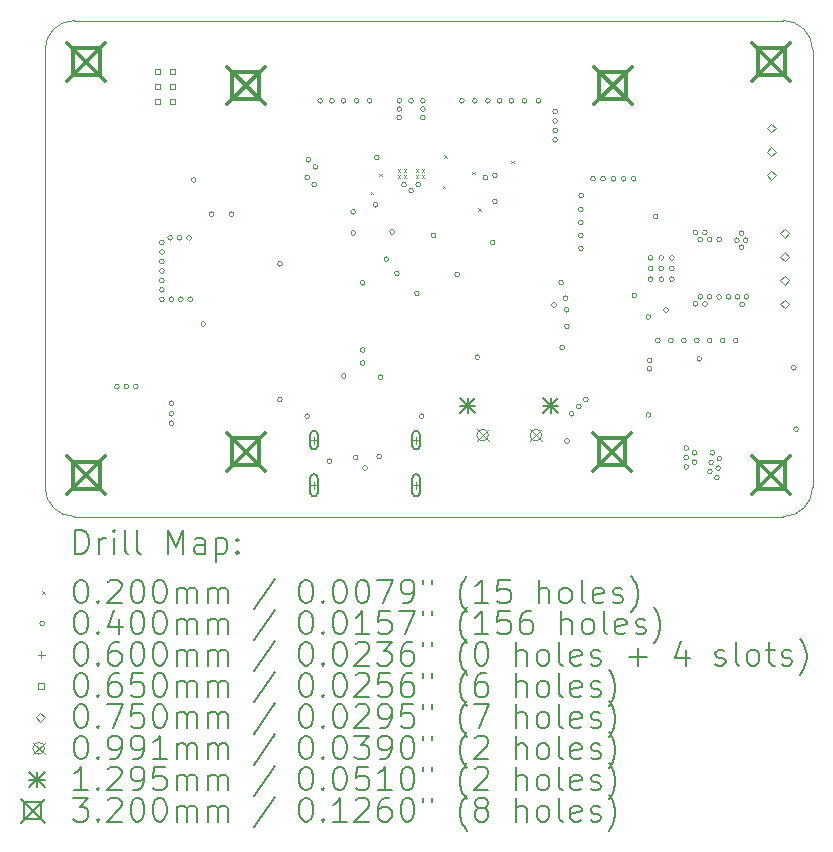
<source format=gbr>
%TF.GenerationSoftware,KiCad,Pcbnew,7.0.6*%
%TF.CreationDate,2024-03-18T22:21:01-04:00*%
%TF.ProjectId,Receiver,52656365-6976-4657-922e-6b696361645f,rev?*%
%TF.SameCoordinates,Original*%
%TF.FileFunction,Drillmap*%
%TF.FilePolarity,Positive*%
%FSLAX45Y45*%
G04 Gerber Fmt 4.5, Leading zero omitted, Abs format (unit mm)*
G04 Created by KiCad (PCBNEW 7.0.6) date 2024-03-18 22:21:01*
%MOMM*%
%LPD*%
G01*
G04 APERTURE LIST*
%ADD10C,0.050000*%
%ADD11C,0.200000*%
%ADD12C,0.020000*%
%ADD13C,0.040000*%
%ADD14C,0.060000*%
%ADD15C,0.065000*%
%ADD16C,0.075000*%
%ADD17C,0.099060*%
%ADD18C,0.129540*%
%ADD19C,0.320000*%
G04 APERTURE END LIST*
D10*
X11750000Y-11850000D02*
G75*
G03*
X12000000Y-12100000I250000J0D01*
G01*
X18000000Y-12100000D02*
G75*
G03*
X18250000Y-11850000I0J250000D01*
G01*
X12000000Y-7900000D02*
G75*
G03*
X11750000Y-8150000I0J-250000D01*
G01*
X18250000Y-8150000D02*
G75*
G03*
X18000000Y-7900000I-250000J0D01*
G01*
X18000000Y-12100000D02*
X12000000Y-12100000D01*
X11750000Y-11850000D02*
X11750000Y-8150000D01*
X18250000Y-8150000D02*
X18250000Y-11850000D01*
X12000000Y-7900000D02*
X18000000Y-7900000D01*
D11*
D12*
X14510000Y-9350000D02*
X14530000Y-9370000D01*
X14530000Y-9350000D02*
X14510000Y-9370000D01*
X14580000Y-9200000D02*
X14600000Y-9220000D01*
X14600000Y-9200000D02*
X14580000Y-9220000D01*
X14740000Y-9160000D02*
X14760000Y-9180000D01*
X14760000Y-9160000D02*
X14740000Y-9180000D01*
X14740000Y-9210000D02*
X14760000Y-9230000D01*
X14760000Y-9210000D02*
X14740000Y-9230000D01*
X14790000Y-9160000D02*
X14810000Y-9180000D01*
X14810000Y-9160000D02*
X14790000Y-9180000D01*
X14790000Y-9210000D02*
X14810000Y-9230000D01*
X14810000Y-9210000D02*
X14790000Y-9230000D01*
X14890000Y-9160000D02*
X14910000Y-9180000D01*
X14910000Y-9160000D02*
X14890000Y-9180000D01*
X14890000Y-9210000D02*
X14910000Y-9230000D01*
X14910000Y-9210000D02*
X14890000Y-9230000D01*
X14940000Y-9160000D02*
X14960000Y-9180000D01*
X14960000Y-9160000D02*
X14940000Y-9180000D01*
X14940000Y-9210000D02*
X14960000Y-9230000D01*
X14960000Y-9210000D02*
X14940000Y-9230000D01*
X15120378Y-9298424D02*
X15140378Y-9318424D01*
X15140378Y-9298424D02*
X15120378Y-9318424D01*
X15130000Y-9040000D02*
X15150000Y-9060000D01*
X15150000Y-9040000D02*
X15130000Y-9060000D01*
X15370000Y-9180000D02*
X15390000Y-9200000D01*
X15390000Y-9180000D02*
X15370000Y-9200000D01*
X15420000Y-9490000D02*
X15440000Y-9510000D01*
X15440000Y-9490000D02*
X15420000Y-9510000D01*
X15700000Y-9090000D02*
X15720000Y-9110000D01*
X15720000Y-9090000D02*
X15700000Y-9110000D01*
D13*
X12380000Y-11000000D02*
G75*
G03*
X12380000Y-11000000I-20000J0D01*
G01*
X12460000Y-11000000D02*
G75*
G03*
X12460000Y-11000000I-20000J0D01*
G01*
X12540000Y-11000000D02*
G75*
G03*
X12540000Y-11000000I-20000J0D01*
G01*
X12760000Y-9780000D02*
G75*
G03*
X12760000Y-9780000I-20000J0D01*
G01*
X12760000Y-9860000D02*
G75*
G03*
X12760000Y-9860000I-20000J0D01*
G01*
X12760000Y-9940000D02*
G75*
G03*
X12760000Y-9940000I-20000J0D01*
G01*
X12760000Y-10020000D02*
G75*
G03*
X12760000Y-10020000I-20000J0D01*
G01*
X12760000Y-10100000D02*
G75*
G03*
X12760000Y-10100000I-20000J0D01*
G01*
X12760000Y-10180000D02*
G75*
G03*
X12760000Y-10180000I-20000J0D01*
G01*
X12760000Y-10260000D02*
G75*
G03*
X12760000Y-10260000I-20000J0D01*
G01*
X12830000Y-9740000D02*
G75*
G03*
X12830000Y-9740000I-20000J0D01*
G01*
X12840000Y-10260000D02*
G75*
G03*
X12840000Y-10260000I-20000J0D01*
G01*
X12840000Y-11140000D02*
G75*
G03*
X12840000Y-11140000I-20000J0D01*
G01*
X12840000Y-11230000D02*
G75*
G03*
X12840000Y-11230000I-20000J0D01*
G01*
X12840000Y-11310000D02*
G75*
G03*
X12840000Y-11310000I-20000J0D01*
G01*
X12910000Y-9740000D02*
G75*
G03*
X12910000Y-9740000I-20000J0D01*
G01*
X12920000Y-10260000D02*
G75*
G03*
X12920000Y-10260000I-20000J0D01*
G01*
X12990000Y-9740000D02*
G75*
G03*
X12990000Y-9740000I-20000J0D01*
G01*
X13000000Y-10260000D02*
G75*
G03*
X13000000Y-10260000I-20000J0D01*
G01*
X13030000Y-9250000D02*
G75*
G03*
X13030000Y-9250000I-20000J0D01*
G01*
X13110000Y-10470000D02*
G75*
G03*
X13110000Y-10470000I-20000J0D01*
G01*
X13180000Y-9540000D02*
G75*
G03*
X13180000Y-9540000I-20000J0D01*
G01*
X13350000Y-9540000D02*
G75*
G03*
X13350000Y-9540000I-20000J0D01*
G01*
X13760000Y-9960000D02*
G75*
G03*
X13760000Y-9960000I-20000J0D01*
G01*
X13760000Y-11110000D02*
G75*
G03*
X13760000Y-11110000I-20000J0D01*
G01*
X13990000Y-9230000D02*
G75*
G03*
X13990000Y-9230000I-20000J0D01*
G01*
X13990000Y-11250000D02*
G75*
G03*
X13990000Y-11250000I-20000J0D01*
G01*
X14000000Y-9080000D02*
G75*
G03*
X14000000Y-9080000I-20000J0D01*
G01*
X14050000Y-9290000D02*
G75*
G03*
X14050000Y-9290000I-20000J0D01*
G01*
X14060000Y-9140000D02*
G75*
G03*
X14060000Y-9140000I-20000J0D01*
G01*
X14100000Y-8580000D02*
G75*
G03*
X14100000Y-8580000I-20000J0D01*
G01*
X14180000Y-11630000D02*
G75*
G03*
X14180000Y-11630000I-20000J0D01*
G01*
X14200000Y-8580000D02*
G75*
G03*
X14200000Y-8580000I-20000J0D01*
G01*
X14300000Y-8580000D02*
G75*
G03*
X14300000Y-8580000I-20000J0D01*
G01*
X14300000Y-10910000D02*
G75*
G03*
X14300000Y-10910000I-20000J0D01*
G01*
X14380000Y-9520000D02*
G75*
G03*
X14380000Y-9520000I-20000J0D01*
G01*
X14380000Y-9700000D02*
G75*
G03*
X14380000Y-9700000I-20000J0D01*
G01*
X14400000Y-11600000D02*
G75*
G03*
X14400000Y-11600000I-20000J0D01*
G01*
X14410000Y-8580000D02*
G75*
G03*
X14410000Y-8580000I-20000J0D01*
G01*
X14460000Y-10120000D02*
G75*
G03*
X14460000Y-10120000I-20000J0D01*
G01*
X14460000Y-10690000D02*
G75*
G03*
X14460000Y-10690000I-20000J0D01*
G01*
X14460000Y-10800000D02*
G75*
G03*
X14460000Y-10800000I-20000J0D01*
G01*
X14480000Y-11690000D02*
G75*
G03*
X14480000Y-11690000I-20000J0D01*
G01*
X14520000Y-8580000D02*
G75*
G03*
X14520000Y-8580000I-20000J0D01*
G01*
X14570000Y-9460000D02*
G75*
G03*
X14570000Y-9460000I-20000J0D01*
G01*
X14580000Y-9060000D02*
G75*
G03*
X14580000Y-9060000I-20000J0D01*
G01*
X14600000Y-11590000D02*
G75*
G03*
X14600000Y-11590000I-20000J0D01*
G01*
X14610000Y-10920000D02*
G75*
G03*
X14610000Y-10920000I-20000J0D01*
G01*
X14660000Y-9920000D02*
G75*
G03*
X14660000Y-9920000I-20000J0D01*
G01*
X14710000Y-9690000D02*
G75*
G03*
X14710000Y-9690000I-20000J0D01*
G01*
X14750000Y-10040000D02*
G75*
G03*
X14750000Y-10040000I-20000J0D01*
G01*
X14770000Y-8580000D02*
G75*
G03*
X14770000Y-8580000I-20000J0D01*
G01*
X14770000Y-8650000D02*
G75*
G03*
X14770000Y-8650000I-20000J0D01*
G01*
X14770000Y-8720000D02*
G75*
G03*
X14770000Y-8720000I-20000J0D01*
G01*
X14810000Y-9290000D02*
G75*
G03*
X14810000Y-9290000I-20000J0D01*
G01*
X14870000Y-8580000D02*
G75*
G03*
X14870000Y-8580000I-20000J0D01*
G01*
X14870000Y-9340000D02*
G75*
G03*
X14870000Y-9340000I-20000J0D01*
G01*
X14920000Y-10210000D02*
G75*
G03*
X14920000Y-10210000I-20000J0D01*
G01*
X14930000Y-9290000D02*
G75*
G03*
X14930000Y-9290000I-20000J0D01*
G01*
X14960000Y-11250000D02*
G75*
G03*
X14960000Y-11250000I-20000J0D01*
G01*
X14970000Y-8580000D02*
G75*
G03*
X14970000Y-8580000I-20000J0D01*
G01*
X14970000Y-8650000D02*
G75*
G03*
X14970000Y-8650000I-20000J0D01*
G01*
X14970000Y-8720000D02*
G75*
G03*
X14970000Y-8720000I-20000J0D01*
G01*
X15060000Y-9720000D02*
G75*
G03*
X15060000Y-9720000I-20000J0D01*
G01*
X15260000Y-10050000D02*
G75*
G03*
X15260000Y-10050000I-20000J0D01*
G01*
X15300000Y-8580000D02*
G75*
G03*
X15300000Y-8580000I-20000J0D01*
G01*
X15410000Y-8580000D02*
G75*
G03*
X15410000Y-8580000I-20000J0D01*
G01*
X15430000Y-10750000D02*
G75*
G03*
X15430000Y-10750000I-20000J0D01*
G01*
X15500000Y-9230000D02*
G75*
G03*
X15500000Y-9230000I-20000J0D01*
G01*
X15520000Y-8580000D02*
G75*
G03*
X15520000Y-8580000I-20000J0D01*
G01*
X15560000Y-9780000D02*
G75*
G03*
X15560000Y-9780000I-20000J0D01*
G01*
X15580000Y-9210000D02*
G75*
G03*
X15580000Y-9210000I-20000J0D01*
G01*
X15580000Y-9430000D02*
G75*
G03*
X15580000Y-9430000I-20000J0D01*
G01*
X15620000Y-8580000D02*
G75*
G03*
X15620000Y-8580000I-20000J0D01*
G01*
X15720050Y-8580000D02*
G75*
G03*
X15720050Y-8580000I-20000J0D01*
G01*
X15830350Y-8580000D02*
G75*
G03*
X15830350Y-8580000I-20000J0D01*
G01*
X15950000Y-8580000D02*
G75*
G03*
X15950000Y-8580000I-20000J0D01*
G01*
X16080000Y-10310000D02*
G75*
G03*
X16080000Y-10310000I-20000J0D01*
G01*
X16090000Y-8670000D02*
G75*
G03*
X16090000Y-8670000I-20000J0D01*
G01*
X16090000Y-8750000D02*
G75*
G03*
X16090000Y-8750000I-20000J0D01*
G01*
X16090000Y-8830000D02*
G75*
G03*
X16090000Y-8830000I-20000J0D01*
G01*
X16090000Y-8910000D02*
G75*
G03*
X16090000Y-8910000I-20000J0D01*
G01*
X16140000Y-10120000D02*
G75*
G03*
X16140000Y-10120000I-20000J0D01*
G01*
X16150000Y-10670000D02*
G75*
G03*
X16150000Y-10670000I-20000J0D01*
G01*
X16178162Y-10250000D02*
G75*
G03*
X16178162Y-10250000I-20000J0D01*
G01*
X16188162Y-10350000D02*
G75*
G03*
X16188162Y-10350000I-20000J0D01*
G01*
X16190000Y-10490000D02*
G75*
G03*
X16190000Y-10490000I-20000J0D01*
G01*
X16190000Y-11460000D02*
G75*
G03*
X16190000Y-11460000I-20000J0D01*
G01*
X16230000Y-11230000D02*
G75*
G03*
X16230000Y-11230000I-20000J0D01*
G01*
X16290000Y-11170000D02*
G75*
G03*
X16290000Y-11170000I-20000J0D01*
G01*
X16308162Y-9500000D02*
G75*
G03*
X16308162Y-9500000I-20000J0D01*
G01*
X16308162Y-9610000D02*
G75*
G03*
X16308162Y-9610000I-20000J0D01*
G01*
X16308162Y-9720000D02*
G75*
G03*
X16308162Y-9720000I-20000J0D01*
G01*
X16308162Y-9830000D02*
G75*
G03*
X16308162Y-9830000I-20000J0D01*
G01*
X16310000Y-9380000D02*
G75*
G03*
X16310000Y-9380000I-20000J0D01*
G01*
X16350000Y-11110000D02*
G75*
G03*
X16350000Y-11110000I-20000J0D01*
G01*
X16410000Y-9240000D02*
G75*
G03*
X16410000Y-9240000I-20000J0D01*
G01*
X16495000Y-9240000D02*
G75*
G03*
X16495000Y-9240000I-20000J0D01*
G01*
X16585000Y-9240000D02*
G75*
G03*
X16585000Y-9240000I-20000J0D01*
G01*
X16670000Y-9240000D02*
G75*
G03*
X16670000Y-9240000I-20000J0D01*
G01*
X16755000Y-9240000D02*
G75*
G03*
X16755000Y-9240000I-20000J0D01*
G01*
X16760000Y-10230000D02*
G75*
G03*
X16760000Y-10230000I-20000J0D01*
G01*
X16878162Y-10410000D02*
G75*
G03*
X16878162Y-10410000I-20000J0D01*
G01*
X16880000Y-11240000D02*
G75*
G03*
X16880000Y-11240000I-20000J0D01*
G01*
X16890000Y-10780000D02*
G75*
G03*
X16890000Y-10780000I-20000J0D01*
G01*
X16890000Y-10850000D02*
G75*
G03*
X16890000Y-10850000I-20000J0D01*
G01*
X16898162Y-9910000D02*
G75*
G03*
X16898162Y-9910000I-20000J0D01*
G01*
X16898162Y-10000000D02*
G75*
G03*
X16898162Y-10000000I-20000J0D01*
G01*
X16898162Y-10090000D02*
G75*
G03*
X16898162Y-10090000I-20000J0D01*
G01*
X16940000Y-9560000D02*
G75*
G03*
X16940000Y-9560000I-20000J0D01*
G01*
X16958162Y-10610000D02*
G75*
G03*
X16958162Y-10610000I-20000J0D01*
G01*
X16988162Y-9910000D02*
G75*
G03*
X16988162Y-9910000I-20000J0D01*
G01*
X16988162Y-10000000D02*
G75*
G03*
X16988162Y-10000000I-20000J0D01*
G01*
X16988162Y-10090000D02*
G75*
G03*
X16988162Y-10090000I-20000J0D01*
G01*
X17028162Y-10350000D02*
G75*
G03*
X17028162Y-10350000I-20000J0D01*
G01*
X17068162Y-10610000D02*
G75*
G03*
X17068162Y-10610000I-20000J0D01*
G01*
X17078162Y-9910000D02*
G75*
G03*
X17078162Y-9910000I-20000J0D01*
G01*
X17078162Y-10000000D02*
G75*
G03*
X17078162Y-10000000I-20000J0D01*
G01*
X17078162Y-10090000D02*
G75*
G03*
X17078162Y-10090000I-20000J0D01*
G01*
X17178162Y-10610000D02*
G75*
G03*
X17178162Y-10610000I-20000J0D01*
G01*
X17200000Y-11520000D02*
G75*
G03*
X17200000Y-11520000I-20000J0D01*
G01*
X17200000Y-11600000D02*
G75*
G03*
X17200000Y-11600000I-20000J0D01*
G01*
X17200000Y-11680000D02*
G75*
G03*
X17200000Y-11680000I-20000J0D01*
G01*
X17270000Y-11560000D02*
G75*
G03*
X17270000Y-11560000I-20000J0D01*
G01*
X17270000Y-11640000D02*
G75*
G03*
X17270000Y-11640000I-20000J0D01*
G01*
X17278162Y-9695000D02*
G75*
G03*
X17278162Y-9695000I-20000J0D01*
G01*
X17278162Y-10300000D02*
G75*
G03*
X17278162Y-10300000I-20000J0D01*
G01*
X17288162Y-10610000D02*
G75*
G03*
X17288162Y-10610000I-20000J0D01*
G01*
X17310000Y-10765150D02*
G75*
G03*
X17310000Y-10765150I-20000J0D01*
G01*
X17318162Y-9755000D02*
G75*
G03*
X17318162Y-9755000I-20000J0D01*
G01*
X17318162Y-10240000D02*
G75*
G03*
X17318162Y-10240000I-20000J0D01*
G01*
X17358162Y-9695000D02*
G75*
G03*
X17358162Y-9695000I-20000J0D01*
G01*
X17358162Y-10300000D02*
G75*
G03*
X17358162Y-10300000I-20000J0D01*
G01*
X17398162Y-9755000D02*
G75*
G03*
X17398162Y-9755000I-20000J0D01*
G01*
X17398162Y-10240000D02*
G75*
G03*
X17398162Y-10240000I-20000J0D01*
G01*
X17398162Y-10610000D02*
G75*
G03*
X17398162Y-10610000I-20000J0D01*
G01*
X17400000Y-11720000D02*
G75*
G03*
X17400000Y-11720000I-20000J0D01*
G01*
X17410000Y-11640000D02*
G75*
G03*
X17410000Y-11640000I-20000J0D01*
G01*
X17420000Y-11560000D02*
G75*
G03*
X17420000Y-11560000I-20000J0D01*
G01*
X17460000Y-11770000D02*
G75*
G03*
X17460000Y-11770000I-20000J0D01*
G01*
X17470000Y-11690000D02*
G75*
G03*
X17470000Y-11690000I-20000J0D01*
G01*
X17478211Y-9755000D02*
G75*
G03*
X17478211Y-9755000I-20000J0D01*
G01*
X17478211Y-10240000D02*
G75*
G03*
X17478211Y-10240000I-20000J0D01*
G01*
X17480000Y-11610000D02*
G75*
G03*
X17480000Y-11610000I-20000J0D01*
G01*
X17508162Y-10610000D02*
G75*
G03*
X17508162Y-10610000I-20000J0D01*
G01*
X17558162Y-10240000D02*
G75*
G03*
X17558162Y-10240000I-20000J0D01*
G01*
X17618162Y-10610000D02*
G75*
G03*
X17618162Y-10610000I-20000J0D01*
G01*
X17628162Y-9760000D02*
G75*
G03*
X17628162Y-9760000I-20000J0D01*
G01*
X17633162Y-10240000D02*
G75*
G03*
X17633162Y-10240000I-20000J0D01*
G01*
X17668162Y-9700000D02*
G75*
G03*
X17668162Y-9700000I-20000J0D01*
G01*
X17668162Y-9820000D02*
G75*
G03*
X17668162Y-9820000I-20000J0D01*
G01*
X17673162Y-10305000D02*
G75*
G03*
X17673162Y-10305000I-20000J0D01*
G01*
X17703162Y-9760000D02*
G75*
G03*
X17703162Y-9760000I-20000J0D01*
G01*
X17708162Y-10240000D02*
G75*
G03*
X17708162Y-10240000I-20000J0D01*
G01*
X18110000Y-10840000D02*
G75*
G03*
X18110000Y-10840000I-20000J0D01*
G01*
X18130000Y-11360000D02*
G75*
G03*
X18130000Y-11360000I-20000J0D01*
G01*
D14*
X14028000Y-11422500D02*
X14028000Y-11482500D01*
X13998000Y-11452500D02*
X14058000Y-11452500D01*
D11*
X13998000Y-11402500D02*
X13998000Y-11502500D01*
X13998000Y-11502500D02*
G75*
G03*
X14058000Y-11502500I30000J0D01*
G01*
X14058000Y-11502500D02*
X14058000Y-11402500D01*
X14058000Y-11402500D02*
G75*
G03*
X13998000Y-11402500I-30000J0D01*
G01*
D14*
X14028000Y-11805000D02*
X14028000Y-11865000D01*
X13998000Y-11835000D02*
X14058000Y-11835000D01*
D11*
X13998000Y-11770000D02*
X13998000Y-11900000D01*
X13998000Y-11900000D02*
G75*
G03*
X14058000Y-11900000I30000J0D01*
G01*
X14058000Y-11900000D02*
X14058000Y-11770000D01*
X14058000Y-11770000D02*
G75*
G03*
X13998000Y-11770000I-30000J0D01*
G01*
D14*
X14892000Y-11422500D02*
X14892000Y-11482500D01*
X14862000Y-11452500D02*
X14922000Y-11452500D01*
D11*
X14862000Y-11402500D02*
X14862000Y-11502500D01*
X14862000Y-11502500D02*
G75*
G03*
X14922000Y-11502500I30000J0D01*
G01*
X14922000Y-11502500D02*
X14922000Y-11402500D01*
X14922000Y-11402500D02*
G75*
G03*
X14862000Y-11402500I-30000J0D01*
G01*
D14*
X14892000Y-11805000D02*
X14892000Y-11865000D01*
X14862000Y-11835000D02*
X14922000Y-11835000D01*
D11*
X14862000Y-11770000D02*
X14862000Y-11900000D01*
X14862000Y-11900000D02*
G75*
G03*
X14922000Y-11900000I30000J0D01*
G01*
X14922000Y-11900000D02*
X14922000Y-11770000D01*
X14922000Y-11770000D02*
G75*
G03*
X14862000Y-11770000I-30000J0D01*
G01*
D15*
X12725981Y-8355981D02*
X12725981Y-8310019D01*
X12680019Y-8310019D01*
X12680019Y-8355981D01*
X12725981Y-8355981D01*
X12725981Y-8482981D02*
X12725981Y-8437019D01*
X12680019Y-8437019D01*
X12680019Y-8482981D01*
X12725981Y-8482981D01*
X12725981Y-8609981D02*
X12725981Y-8564019D01*
X12680019Y-8564019D01*
X12680019Y-8609981D01*
X12725981Y-8609981D01*
X12852981Y-8355981D02*
X12852981Y-8310019D01*
X12807019Y-8310019D01*
X12807019Y-8355981D01*
X12852981Y-8355981D01*
X12852981Y-8482981D02*
X12852981Y-8437019D01*
X12807019Y-8437019D01*
X12807019Y-8482981D01*
X12852981Y-8482981D01*
X12852981Y-8609981D02*
X12852981Y-8564019D01*
X12807019Y-8564019D01*
X12807019Y-8609981D01*
X12852981Y-8609981D01*
D16*
X17900000Y-8847500D02*
X17937500Y-8810000D01*
X17900000Y-8772500D01*
X17862500Y-8810000D01*
X17900000Y-8847500D01*
X17900000Y-9047500D02*
X17937500Y-9010000D01*
X17900000Y-8972500D01*
X17862500Y-9010000D01*
X17900000Y-9047500D01*
X17900000Y-9247500D02*
X17937500Y-9210000D01*
X17900000Y-9172500D01*
X17862500Y-9210000D01*
X17900000Y-9247500D01*
X18013162Y-9737500D02*
X18050662Y-9700000D01*
X18013162Y-9662500D01*
X17975662Y-9700000D01*
X18013162Y-9737500D01*
X18013162Y-9937500D02*
X18050662Y-9900000D01*
X18013162Y-9862500D01*
X17975662Y-9900000D01*
X18013162Y-9937500D01*
X18013162Y-10137500D02*
X18050662Y-10100000D01*
X18013162Y-10062500D01*
X17975662Y-10100000D01*
X18013162Y-10137500D01*
X18013162Y-10337500D02*
X18050662Y-10300000D01*
X18013162Y-10262500D01*
X17975662Y-10300000D01*
X18013162Y-10337500D01*
D17*
X15406645Y-11360470D02*
X15505705Y-11459530D01*
X15505705Y-11360470D02*
X15406645Y-11459530D01*
X15505705Y-11410000D02*
G75*
G03*
X15505705Y-11410000I-49530J0D01*
G01*
X15856645Y-11360470D02*
X15955705Y-11459530D01*
X15955705Y-11360470D02*
X15856645Y-11459530D01*
X15955705Y-11410000D02*
G75*
G03*
X15955705Y-11410000I-49530J0D01*
G01*
D18*
X15265905Y-11096200D02*
X15395445Y-11225740D01*
X15395445Y-11096200D02*
X15265905Y-11225740D01*
X15330675Y-11096200D02*
X15330675Y-11225740D01*
X15265905Y-11160970D02*
X15395445Y-11160970D01*
X15966905Y-11096200D02*
X16096445Y-11225740D01*
X16096445Y-11096200D02*
X15966905Y-11225740D01*
X16031675Y-11096200D02*
X16031675Y-11225740D01*
X15966905Y-11160970D02*
X16096445Y-11160970D01*
D19*
X11940000Y-8090000D02*
X12260000Y-8410000D01*
X12260000Y-8090000D02*
X11940000Y-8410000D01*
X12213138Y-8363138D02*
X12213138Y-8136862D01*
X11986862Y-8136862D01*
X11986862Y-8363138D01*
X12213138Y-8363138D01*
X11940000Y-11590000D02*
X12260000Y-11910000D01*
X12260000Y-11590000D02*
X11940000Y-11910000D01*
X12213138Y-11863138D02*
X12213138Y-11636862D01*
X11986862Y-11636862D01*
X11986862Y-11863138D01*
X12213138Y-11863138D01*
X13290000Y-8290000D02*
X13610000Y-8610000D01*
X13610000Y-8290000D02*
X13290000Y-8610000D01*
X13563138Y-8563138D02*
X13563138Y-8336862D01*
X13336862Y-8336862D01*
X13336862Y-8563138D01*
X13563138Y-8563138D01*
X13290000Y-11390000D02*
X13610000Y-11710000D01*
X13610000Y-11390000D02*
X13290000Y-11710000D01*
X13563138Y-11663138D02*
X13563138Y-11436862D01*
X13336862Y-11436862D01*
X13336862Y-11663138D01*
X13563138Y-11663138D01*
X16390000Y-11390000D02*
X16710000Y-11710000D01*
X16710000Y-11390000D02*
X16390000Y-11710000D01*
X16663138Y-11663138D02*
X16663138Y-11436862D01*
X16436862Y-11436862D01*
X16436862Y-11663138D01*
X16663138Y-11663138D01*
X16397500Y-8290000D02*
X16717500Y-8610000D01*
X16717500Y-8290000D02*
X16397500Y-8610000D01*
X16670638Y-8563138D02*
X16670638Y-8336862D01*
X16444362Y-8336862D01*
X16444362Y-8563138D01*
X16670638Y-8563138D01*
X17740000Y-8090000D02*
X18060000Y-8410000D01*
X18060000Y-8090000D02*
X17740000Y-8410000D01*
X18013138Y-8363138D02*
X18013138Y-8136862D01*
X17786862Y-8136862D01*
X17786862Y-8363138D01*
X18013138Y-8363138D01*
X17740000Y-11590000D02*
X18060000Y-11910000D01*
X18060000Y-11590000D02*
X17740000Y-11910000D01*
X18013138Y-11863138D02*
X18013138Y-11636862D01*
X17786862Y-11636862D01*
X17786862Y-11863138D01*
X18013138Y-11863138D01*
D11*
X12008277Y-12413984D02*
X12008277Y-12213984D01*
X12008277Y-12213984D02*
X12055896Y-12213984D01*
X12055896Y-12213984D02*
X12084467Y-12223508D01*
X12084467Y-12223508D02*
X12103515Y-12242555D01*
X12103515Y-12242555D02*
X12113039Y-12261603D01*
X12113039Y-12261603D02*
X12122562Y-12299698D01*
X12122562Y-12299698D02*
X12122562Y-12328269D01*
X12122562Y-12328269D02*
X12113039Y-12366365D01*
X12113039Y-12366365D02*
X12103515Y-12385412D01*
X12103515Y-12385412D02*
X12084467Y-12404460D01*
X12084467Y-12404460D02*
X12055896Y-12413984D01*
X12055896Y-12413984D02*
X12008277Y-12413984D01*
X12208277Y-12413984D02*
X12208277Y-12280650D01*
X12208277Y-12318746D02*
X12217801Y-12299698D01*
X12217801Y-12299698D02*
X12227324Y-12290174D01*
X12227324Y-12290174D02*
X12246372Y-12280650D01*
X12246372Y-12280650D02*
X12265420Y-12280650D01*
X12332086Y-12413984D02*
X12332086Y-12280650D01*
X12332086Y-12213984D02*
X12322562Y-12223508D01*
X12322562Y-12223508D02*
X12332086Y-12233031D01*
X12332086Y-12233031D02*
X12341610Y-12223508D01*
X12341610Y-12223508D02*
X12332086Y-12213984D01*
X12332086Y-12213984D02*
X12332086Y-12233031D01*
X12455896Y-12413984D02*
X12436848Y-12404460D01*
X12436848Y-12404460D02*
X12427324Y-12385412D01*
X12427324Y-12385412D02*
X12427324Y-12213984D01*
X12560658Y-12413984D02*
X12541610Y-12404460D01*
X12541610Y-12404460D02*
X12532086Y-12385412D01*
X12532086Y-12385412D02*
X12532086Y-12213984D01*
X12789229Y-12413984D02*
X12789229Y-12213984D01*
X12789229Y-12213984D02*
X12855896Y-12356841D01*
X12855896Y-12356841D02*
X12922562Y-12213984D01*
X12922562Y-12213984D02*
X12922562Y-12413984D01*
X13103515Y-12413984D02*
X13103515Y-12309222D01*
X13103515Y-12309222D02*
X13093991Y-12290174D01*
X13093991Y-12290174D02*
X13074943Y-12280650D01*
X13074943Y-12280650D02*
X13036848Y-12280650D01*
X13036848Y-12280650D02*
X13017801Y-12290174D01*
X13103515Y-12404460D02*
X13084467Y-12413984D01*
X13084467Y-12413984D02*
X13036848Y-12413984D01*
X13036848Y-12413984D02*
X13017801Y-12404460D01*
X13017801Y-12404460D02*
X13008277Y-12385412D01*
X13008277Y-12385412D02*
X13008277Y-12366365D01*
X13008277Y-12366365D02*
X13017801Y-12347317D01*
X13017801Y-12347317D02*
X13036848Y-12337793D01*
X13036848Y-12337793D02*
X13084467Y-12337793D01*
X13084467Y-12337793D02*
X13103515Y-12328269D01*
X13198753Y-12280650D02*
X13198753Y-12480650D01*
X13198753Y-12290174D02*
X13217801Y-12280650D01*
X13217801Y-12280650D02*
X13255896Y-12280650D01*
X13255896Y-12280650D02*
X13274943Y-12290174D01*
X13274943Y-12290174D02*
X13284467Y-12299698D01*
X13284467Y-12299698D02*
X13293991Y-12318746D01*
X13293991Y-12318746D02*
X13293991Y-12375888D01*
X13293991Y-12375888D02*
X13284467Y-12394936D01*
X13284467Y-12394936D02*
X13274943Y-12404460D01*
X13274943Y-12404460D02*
X13255896Y-12413984D01*
X13255896Y-12413984D02*
X13217801Y-12413984D01*
X13217801Y-12413984D02*
X13198753Y-12404460D01*
X13379705Y-12394936D02*
X13389229Y-12404460D01*
X13389229Y-12404460D02*
X13379705Y-12413984D01*
X13379705Y-12413984D02*
X13370182Y-12404460D01*
X13370182Y-12404460D02*
X13379705Y-12394936D01*
X13379705Y-12394936D02*
X13379705Y-12413984D01*
X13379705Y-12290174D02*
X13389229Y-12299698D01*
X13389229Y-12299698D02*
X13379705Y-12309222D01*
X13379705Y-12309222D02*
X13370182Y-12299698D01*
X13370182Y-12299698D02*
X13379705Y-12290174D01*
X13379705Y-12290174D02*
X13379705Y-12309222D01*
D12*
X11727500Y-12732500D02*
X11747500Y-12752500D01*
X11747500Y-12732500D02*
X11727500Y-12752500D01*
D11*
X12046372Y-12633984D02*
X12065420Y-12633984D01*
X12065420Y-12633984D02*
X12084467Y-12643508D01*
X12084467Y-12643508D02*
X12093991Y-12653031D01*
X12093991Y-12653031D02*
X12103515Y-12672079D01*
X12103515Y-12672079D02*
X12113039Y-12710174D01*
X12113039Y-12710174D02*
X12113039Y-12757793D01*
X12113039Y-12757793D02*
X12103515Y-12795888D01*
X12103515Y-12795888D02*
X12093991Y-12814936D01*
X12093991Y-12814936D02*
X12084467Y-12824460D01*
X12084467Y-12824460D02*
X12065420Y-12833984D01*
X12065420Y-12833984D02*
X12046372Y-12833984D01*
X12046372Y-12833984D02*
X12027324Y-12824460D01*
X12027324Y-12824460D02*
X12017801Y-12814936D01*
X12017801Y-12814936D02*
X12008277Y-12795888D01*
X12008277Y-12795888D02*
X11998753Y-12757793D01*
X11998753Y-12757793D02*
X11998753Y-12710174D01*
X11998753Y-12710174D02*
X12008277Y-12672079D01*
X12008277Y-12672079D02*
X12017801Y-12653031D01*
X12017801Y-12653031D02*
X12027324Y-12643508D01*
X12027324Y-12643508D02*
X12046372Y-12633984D01*
X12198753Y-12814936D02*
X12208277Y-12824460D01*
X12208277Y-12824460D02*
X12198753Y-12833984D01*
X12198753Y-12833984D02*
X12189229Y-12824460D01*
X12189229Y-12824460D02*
X12198753Y-12814936D01*
X12198753Y-12814936D02*
X12198753Y-12833984D01*
X12284467Y-12653031D02*
X12293991Y-12643508D01*
X12293991Y-12643508D02*
X12313039Y-12633984D01*
X12313039Y-12633984D02*
X12360658Y-12633984D01*
X12360658Y-12633984D02*
X12379705Y-12643508D01*
X12379705Y-12643508D02*
X12389229Y-12653031D01*
X12389229Y-12653031D02*
X12398753Y-12672079D01*
X12398753Y-12672079D02*
X12398753Y-12691127D01*
X12398753Y-12691127D02*
X12389229Y-12719698D01*
X12389229Y-12719698D02*
X12274943Y-12833984D01*
X12274943Y-12833984D02*
X12398753Y-12833984D01*
X12522562Y-12633984D02*
X12541610Y-12633984D01*
X12541610Y-12633984D02*
X12560658Y-12643508D01*
X12560658Y-12643508D02*
X12570182Y-12653031D01*
X12570182Y-12653031D02*
X12579705Y-12672079D01*
X12579705Y-12672079D02*
X12589229Y-12710174D01*
X12589229Y-12710174D02*
X12589229Y-12757793D01*
X12589229Y-12757793D02*
X12579705Y-12795888D01*
X12579705Y-12795888D02*
X12570182Y-12814936D01*
X12570182Y-12814936D02*
X12560658Y-12824460D01*
X12560658Y-12824460D02*
X12541610Y-12833984D01*
X12541610Y-12833984D02*
X12522562Y-12833984D01*
X12522562Y-12833984D02*
X12503515Y-12824460D01*
X12503515Y-12824460D02*
X12493991Y-12814936D01*
X12493991Y-12814936D02*
X12484467Y-12795888D01*
X12484467Y-12795888D02*
X12474943Y-12757793D01*
X12474943Y-12757793D02*
X12474943Y-12710174D01*
X12474943Y-12710174D02*
X12484467Y-12672079D01*
X12484467Y-12672079D02*
X12493991Y-12653031D01*
X12493991Y-12653031D02*
X12503515Y-12643508D01*
X12503515Y-12643508D02*
X12522562Y-12633984D01*
X12713039Y-12633984D02*
X12732086Y-12633984D01*
X12732086Y-12633984D02*
X12751134Y-12643508D01*
X12751134Y-12643508D02*
X12760658Y-12653031D01*
X12760658Y-12653031D02*
X12770182Y-12672079D01*
X12770182Y-12672079D02*
X12779705Y-12710174D01*
X12779705Y-12710174D02*
X12779705Y-12757793D01*
X12779705Y-12757793D02*
X12770182Y-12795888D01*
X12770182Y-12795888D02*
X12760658Y-12814936D01*
X12760658Y-12814936D02*
X12751134Y-12824460D01*
X12751134Y-12824460D02*
X12732086Y-12833984D01*
X12732086Y-12833984D02*
X12713039Y-12833984D01*
X12713039Y-12833984D02*
X12693991Y-12824460D01*
X12693991Y-12824460D02*
X12684467Y-12814936D01*
X12684467Y-12814936D02*
X12674943Y-12795888D01*
X12674943Y-12795888D02*
X12665420Y-12757793D01*
X12665420Y-12757793D02*
X12665420Y-12710174D01*
X12665420Y-12710174D02*
X12674943Y-12672079D01*
X12674943Y-12672079D02*
X12684467Y-12653031D01*
X12684467Y-12653031D02*
X12693991Y-12643508D01*
X12693991Y-12643508D02*
X12713039Y-12633984D01*
X12865420Y-12833984D02*
X12865420Y-12700650D01*
X12865420Y-12719698D02*
X12874943Y-12710174D01*
X12874943Y-12710174D02*
X12893991Y-12700650D01*
X12893991Y-12700650D02*
X12922563Y-12700650D01*
X12922563Y-12700650D02*
X12941610Y-12710174D01*
X12941610Y-12710174D02*
X12951134Y-12729222D01*
X12951134Y-12729222D02*
X12951134Y-12833984D01*
X12951134Y-12729222D02*
X12960658Y-12710174D01*
X12960658Y-12710174D02*
X12979705Y-12700650D01*
X12979705Y-12700650D02*
X13008277Y-12700650D01*
X13008277Y-12700650D02*
X13027324Y-12710174D01*
X13027324Y-12710174D02*
X13036848Y-12729222D01*
X13036848Y-12729222D02*
X13036848Y-12833984D01*
X13132086Y-12833984D02*
X13132086Y-12700650D01*
X13132086Y-12719698D02*
X13141610Y-12710174D01*
X13141610Y-12710174D02*
X13160658Y-12700650D01*
X13160658Y-12700650D02*
X13189229Y-12700650D01*
X13189229Y-12700650D02*
X13208277Y-12710174D01*
X13208277Y-12710174D02*
X13217801Y-12729222D01*
X13217801Y-12729222D02*
X13217801Y-12833984D01*
X13217801Y-12729222D02*
X13227324Y-12710174D01*
X13227324Y-12710174D02*
X13246372Y-12700650D01*
X13246372Y-12700650D02*
X13274943Y-12700650D01*
X13274943Y-12700650D02*
X13293991Y-12710174D01*
X13293991Y-12710174D02*
X13303515Y-12729222D01*
X13303515Y-12729222D02*
X13303515Y-12833984D01*
X13693991Y-12624460D02*
X13522563Y-12881603D01*
X13951134Y-12633984D02*
X13970182Y-12633984D01*
X13970182Y-12633984D02*
X13989229Y-12643508D01*
X13989229Y-12643508D02*
X13998753Y-12653031D01*
X13998753Y-12653031D02*
X14008277Y-12672079D01*
X14008277Y-12672079D02*
X14017801Y-12710174D01*
X14017801Y-12710174D02*
X14017801Y-12757793D01*
X14017801Y-12757793D02*
X14008277Y-12795888D01*
X14008277Y-12795888D02*
X13998753Y-12814936D01*
X13998753Y-12814936D02*
X13989229Y-12824460D01*
X13989229Y-12824460D02*
X13970182Y-12833984D01*
X13970182Y-12833984D02*
X13951134Y-12833984D01*
X13951134Y-12833984D02*
X13932086Y-12824460D01*
X13932086Y-12824460D02*
X13922563Y-12814936D01*
X13922563Y-12814936D02*
X13913039Y-12795888D01*
X13913039Y-12795888D02*
X13903515Y-12757793D01*
X13903515Y-12757793D02*
X13903515Y-12710174D01*
X13903515Y-12710174D02*
X13913039Y-12672079D01*
X13913039Y-12672079D02*
X13922563Y-12653031D01*
X13922563Y-12653031D02*
X13932086Y-12643508D01*
X13932086Y-12643508D02*
X13951134Y-12633984D01*
X14103515Y-12814936D02*
X14113039Y-12824460D01*
X14113039Y-12824460D02*
X14103515Y-12833984D01*
X14103515Y-12833984D02*
X14093991Y-12824460D01*
X14093991Y-12824460D02*
X14103515Y-12814936D01*
X14103515Y-12814936D02*
X14103515Y-12833984D01*
X14236848Y-12633984D02*
X14255896Y-12633984D01*
X14255896Y-12633984D02*
X14274944Y-12643508D01*
X14274944Y-12643508D02*
X14284467Y-12653031D01*
X14284467Y-12653031D02*
X14293991Y-12672079D01*
X14293991Y-12672079D02*
X14303515Y-12710174D01*
X14303515Y-12710174D02*
X14303515Y-12757793D01*
X14303515Y-12757793D02*
X14293991Y-12795888D01*
X14293991Y-12795888D02*
X14284467Y-12814936D01*
X14284467Y-12814936D02*
X14274944Y-12824460D01*
X14274944Y-12824460D02*
X14255896Y-12833984D01*
X14255896Y-12833984D02*
X14236848Y-12833984D01*
X14236848Y-12833984D02*
X14217801Y-12824460D01*
X14217801Y-12824460D02*
X14208277Y-12814936D01*
X14208277Y-12814936D02*
X14198753Y-12795888D01*
X14198753Y-12795888D02*
X14189229Y-12757793D01*
X14189229Y-12757793D02*
X14189229Y-12710174D01*
X14189229Y-12710174D02*
X14198753Y-12672079D01*
X14198753Y-12672079D02*
X14208277Y-12653031D01*
X14208277Y-12653031D02*
X14217801Y-12643508D01*
X14217801Y-12643508D02*
X14236848Y-12633984D01*
X14427325Y-12633984D02*
X14446372Y-12633984D01*
X14446372Y-12633984D02*
X14465420Y-12643508D01*
X14465420Y-12643508D02*
X14474944Y-12653031D01*
X14474944Y-12653031D02*
X14484467Y-12672079D01*
X14484467Y-12672079D02*
X14493991Y-12710174D01*
X14493991Y-12710174D02*
X14493991Y-12757793D01*
X14493991Y-12757793D02*
X14484467Y-12795888D01*
X14484467Y-12795888D02*
X14474944Y-12814936D01*
X14474944Y-12814936D02*
X14465420Y-12824460D01*
X14465420Y-12824460D02*
X14446372Y-12833984D01*
X14446372Y-12833984D02*
X14427325Y-12833984D01*
X14427325Y-12833984D02*
X14408277Y-12824460D01*
X14408277Y-12824460D02*
X14398753Y-12814936D01*
X14398753Y-12814936D02*
X14389229Y-12795888D01*
X14389229Y-12795888D02*
X14379706Y-12757793D01*
X14379706Y-12757793D02*
X14379706Y-12710174D01*
X14379706Y-12710174D02*
X14389229Y-12672079D01*
X14389229Y-12672079D02*
X14398753Y-12653031D01*
X14398753Y-12653031D02*
X14408277Y-12643508D01*
X14408277Y-12643508D02*
X14427325Y-12633984D01*
X14560658Y-12633984D02*
X14693991Y-12633984D01*
X14693991Y-12633984D02*
X14608277Y-12833984D01*
X14779706Y-12833984D02*
X14817801Y-12833984D01*
X14817801Y-12833984D02*
X14836848Y-12824460D01*
X14836848Y-12824460D02*
X14846372Y-12814936D01*
X14846372Y-12814936D02*
X14865420Y-12786365D01*
X14865420Y-12786365D02*
X14874944Y-12748269D01*
X14874944Y-12748269D02*
X14874944Y-12672079D01*
X14874944Y-12672079D02*
X14865420Y-12653031D01*
X14865420Y-12653031D02*
X14855896Y-12643508D01*
X14855896Y-12643508D02*
X14836848Y-12633984D01*
X14836848Y-12633984D02*
X14798753Y-12633984D01*
X14798753Y-12633984D02*
X14779706Y-12643508D01*
X14779706Y-12643508D02*
X14770182Y-12653031D01*
X14770182Y-12653031D02*
X14760658Y-12672079D01*
X14760658Y-12672079D02*
X14760658Y-12719698D01*
X14760658Y-12719698D02*
X14770182Y-12738746D01*
X14770182Y-12738746D02*
X14779706Y-12748269D01*
X14779706Y-12748269D02*
X14798753Y-12757793D01*
X14798753Y-12757793D02*
X14836848Y-12757793D01*
X14836848Y-12757793D02*
X14855896Y-12748269D01*
X14855896Y-12748269D02*
X14865420Y-12738746D01*
X14865420Y-12738746D02*
X14874944Y-12719698D01*
X14951134Y-12633984D02*
X14951134Y-12672079D01*
X15027325Y-12633984D02*
X15027325Y-12672079D01*
X15322563Y-12910174D02*
X15313039Y-12900650D01*
X15313039Y-12900650D02*
X15293991Y-12872079D01*
X15293991Y-12872079D02*
X15284468Y-12853031D01*
X15284468Y-12853031D02*
X15274944Y-12824460D01*
X15274944Y-12824460D02*
X15265420Y-12776841D01*
X15265420Y-12776841D02*
X15265420Y-12738746D01*
X15265420Y-12738746D02*
X15274944Y-12691127D01*
X15274944Y-12691127D02*
X15284468Y-12662555D01*
X15284468Y-12662555D02*
X15293991Y-12643508D01*
X15293991Y-12643508D02*
X15313039Y-12614936D01*
X15313039Y-12614936D02*
X15322563Y-12605412D01*
X15503515Y-12833984D02*
X15389229Y-12833984D01*
X15446372Y-12833984D02*
X15446372Y-12633984D01*
X15446372Y-12633984D02*
X15427325Y-12662555D01*
X15427325Y-12662555D02*
X15408277Y-12681603D01*
X15408277Y-12681603D02*
X15389229Y-12691127D01*
X15684468Y-12633984D02*
X15589229Y-12633984D01*
X15589229Y-12633984D02*
X15579706Y-12729222D01*
X15579706Y-12729222D02*
X15589229Y-12719698D01*
X15589229Y-12719698D02*
X15608277Y-12710174D01*
X15608277Y-12710174D02*
X15655896Y-12710174D01*
X15655896Y-12710174D02*
X15674944Y-12719698D01*
X15674944Y-12719698D02*
X15684468Y-12729222D01*
X15684468Y-12729222D02*
X15693991Y-12748269D01*
X15693991Y-12748269D02*
X15693991Y-12795888D01*
X15693991Y-12795888D02*
X15684468Y-12814936D01*
X15684468Y-12814936D02*
X15674944Y-12824460D01*
X15674944Y-12824460D02*
X15655896Y-12833984D01*
X15655896Y-12833984D02*
X15608277Y-12833984D01*
X15608277Y-12833984D02*
X15589229Y-12824460D01*
X15589229Y-12824460D02*
X15579706Y-12814936D01*
X15932087Y-12833984D02*
X15932087Y-12633984D01*
X16017801Y-12833984D02*
X16017801Y-12729222D01*
X16017801Y-12729222D02*
X16008277Y-12710174D01*
X16008277Y-12710174D02*
X15989230Y-12700650D01*
X15989230Y-12700650D02*
X15960658Y-12700650D01*
X15960658Y-12700650D02*
X15941610Y-12710174D01*
X15941610Y-12710174D02*
X15932087Y-12719698D01*
X16141610Y-12833984D02*
X16122563Y-12824460D01*
X16122563Y-12824460D02*
X16113039Y-12814936D01*
X16113039Y-12814936D02*
X16103515Y-12795888D01*
X16103515Y-12795888D02*
X16103515Y-12738746D01*
X16103515Y-12738746D02*
X16113039Y-12719698D01*
X16113039Y-12719698D02*
X16122563Y-12710174D01*
X16122563Y-12710174D02*
X16141610Y-12700650D01*
X16141610Y-12700650D02*
X16170182Y-12700650D01*
X16170182Y-12700650D02*
X16189230Y-12710174D01*
X16189230Y-12710174D02*
X16198753Y-12719698D01*
X16198753Y-12719698D02*
X16208277Y-12738746D01*
X16208277Y-12738746D02*
X16208277Y-12795888D01*
X16208277Y-12795888D02*
X16198753Y-12814936D01*
X16198753Y-12814936D02*
X16189230Y-12824460D01*
X16189230Y-12824460D02*
X16170182Y-12833984D01*
X16170182Y-12833984D02*
X16141610Y-12833984D01*
X16322563Y-12833984D02*
X16303515Y-12824460D01*
X16303515Y-12824460D02*
X16293991Y-12805412D01*
X16293991Y-12805412D02*
X16293991Y-12633984D01*
X16474944Y-12824460D02*
X16455896Y-12833984D01*
X16455896Y-12833984D02*
X16417801Y-12833984D01*
X16417801Y-12833984D02*
X16398753Y-12824460D01*
X16398753Y-12824460D02*
X16389230Y-12805412D01*
X16389230Y-12805412D02*
X16389230Y-12729222D01*
X16389230Y-12729222D02*
X16398753Y-12710174D01*
X16398753Y-12710174D02*
X16417801Y-12700650D01*
X16417801Y-12700650D02*
X16455896Y-12700650D01*
X16455896Y-12700650D02*
X16474944Y-12710174D01*
X16474944Y-12710174D02*
X16484468Y-12729222D01*
X16484468Y-12729222D02*
X16484468Y-12748269D01*
X16484468Y-12748269D02*
X16389230Y-12767317D01*
X16560658Y-12824460D02*
X16579706Y-12833984D01*
X16579706Y-12833984D02*
X16617801Y-12833984D01*
X16617801Y-12833984D02*
X16636849Y-12824460D01*
X16636849Y-12824460D02*
X16646372Y-12805412D01*
X16646372Y-12805412D02*
X16646372Y-12795888D01*
X16646372Y-12795888D02*
X16636849Y-12776841D01*
X16636849Y-12776841D02*
X16617801Y-12767317D01*
X16617801Y-12767317D02*
X16589230Y-12767317D01*
X16589230Y-12767317D02*
X16570182Y-12757793D01*
X16570182Y-12757793D02*
X16560658Y-12738746D01*
X16560658Y-12738746D02*
X16560658Y-12729222D01*
X16560658Y-12729222D02*
X16570182Y-12710174D01*
X16570182Y-12710174D02*
X16589230Y-12700650D01*
X16589230Y-12700650D02*
X16617801Y-12700650D01*
X16617801Y-12700650D02*
X16636849Y-12710174D01*
X16713039Y-12910174D02*
X16722563Y-12900650D01*
X16722563Y-12900650D02*
X16741611Y-12872079D01*
X16741611Y-12872079D02*
X16751134Y-12853031D01*
X16751134Y-12853031D02*
X16760658Y-12824460D01*
X16760658Y-12824460D02*
X16770182Y-12776841D01*
X16770182Y-12776841D02*
X16770182Y-12738746D01*
X16770182Y-12738746D02*
X16760658Y-12691127D01*
X16760658Y-12691127D02*
X16751134Y-12662555D01*
X16751134Y-12662555D02*
X16741611Y-12643508D01*
X16741611Y-12643508D02*
X16722563Y-12614936D01*
X16722563Y-12614936D02*
X16713039Y-12605412D01*
D13*
X11747500Y-13006500D02*
G75*
G03*
X11747500Y-13006500I-20000J0D01*
G01*
D11*
X12046372Y-12897984D02*
X12065420Y-12897984D01*
X12065420Y-12897984D02*
X12084467Y-12907508D01*
X12084467Y-12907508D02*
X12093991Y-12917031D01*
X12093991Y-12917031D02*
X12103515Y-12936079D01*
X12103515Y-12936079D02*
X12113039Y-12974174D01*
X12113039Y-12974174D02*
X12113039Y-13021793D01*
X12113039Y-13021793D02*
X12103515Y-13059888D01*
X12103515Y-13059888D02*
X12093991Y-13078936D01*
X12093991Y-13078936D02*
X12084467Y-13088460D01*
X12084467Y-13088460D02*
X12065420Y-13097984D01*
X12065420Y-13097984D02*
X12046372Y-13097984D01*
X12046372Y-13097984D02*
X12027324Y-13088460D01*
X12027324Y-13088460D02*
X12017801Y-13078936D01*
X12017801Y-13078936D02*
X12008277Y-13059888D01*
X12008277Y-13059888D02*
X11998753Y-13021793D01*
X11998753Y-13021793D02*
X11998753Y-12974174D01*
X11998753Y-12974174D02*
X12008277Y-12936079D01*
X12008277Y-12936079D02*
X12017801Y-12917031D01*
X12017801Y-12917031D02*
X12027324Y-12907508D01*
X12027324Y-12907508D02*
X12046372Y-12897984D01*
X12198753Y-13078936D02*
X12208277Y-13088460D01*
X12208277Y-13088460D02*
X12198753Y-13097984D01*
X12198753Y-13097984D02*
X12189229Y-13088460D01*
X12189229Y-13088460D02*
X12198753Y-13078936D01*
X12198753Y-13078936D02*
X12198753Y-13097984D01*
X12379705Y-12964650D02*
X12379705Y-13097984D01*
X12332086Y-12888460D02*
X12284467Y-13031317D01*
X12284467Y-13031317D02*
X12408277Y-13031317D01*
X12522562Y-12897984D02*
X12541610Y-12897984D01*
X12541610Y-12897984D02*
X12560658Y-12907508D01*
X12560658Y-12907508D02*
X12570182Y-12917031D01*
X12570182Y-12917031D02*
X12579705Y-12936079D01*
X12579705Y-12936079D02*
X12589229Y-12974174D01*
X12589229Y-12974174D02*
X12589229Y-13021793D01*
X12589229Y-13021793D02*
X12579705Y-13059888D01*
X12579705Y-13059888D02*
X12570182Y-13078936D01*
X12570182Y-13078936D02*
X12560658Y-13088460D01*
X12560658Y-13088460D02*
X12541610Y-13097984D01*
X12541610Y-13097984D02*
X12522562Y-13097984D01*
X12522562Y-13097984D02*
X12503515Y-13088460D01*
X12503515Y-13088460D02*
X12493991Y-13078936D01*
X12493991Y-13078936D02*
X12484467Y-13059888D01*
X12484467Y-13059888D02*
X12474943Y-13021793D01*
X12474943Y-13021793D02*
X12474943Y-12974174D01*
X12474943Y-12974174D02*
X12484467Y-12936079D01*
X12484467Y-12936079D02*
X12493991Y-12917031D01*
X12493991Y-12917031D02*
X12503515Y-12907508D01*
X12503515Y-12907508D02*
X12522562Y-12897984D01*
X12713039Y-12897984D02*
X12732086Y-12897984D01*
X12732086Y-12897984D02*
X12751134Y-12907508D01*
X12751134Y-12907508D02*
X12760658Y-12917031D01*
X12760658Y-12917031D02*
X12770182Y-12936079D01*
X12770182Y-12936079D02*
X12779705Y-12974174D01*
X12779705Y-12974174D02*
X12779705Y-13021793D01*
X12779705Y-13021793D02*
X12770182Y-13059888D01*
X12770182Y-13059888D02*
X12760658Y-13078936D01*
X12760658Y-13078936D02*
X12751134Y-13088460D01*
X12751134Y-13088460D02*
X12732086Y-13097984D01*
X12732086Y-13097984D02*
X12713039Y-13097984D01*
X12713039Y-13097984D02*
X12693991Y-13088460D01*
X12693991Y-13088460D02*
X12684467Y-13078936D01*
X12684467Y-13078936D02*
X12674943Y-13059888D01*
X12674943Y-13059888D02*
X12665420Y-13021793D01*
X12665420Y-13021793D02*
X12665420Y-12974174D01*
X12665420Y-12974174D02*
X12674943Y-12936079D01*
X12674943Y-12936079D02*
X12684467Y-12917031D01*
X12684467Y-12917031D02*
X12693991Y-12907508D01*
X12693991Y-12907508D02*
X12713039Y-12897984D01*
X12865420Y-13097984D02*
X12865420Y-12964650D01*
X12865420Y-12983698D02*
X12874943Y-12974174D01*
X12874943Y-12974174D02*
X12893991Y-12964650D01*
X12893991Y-12964650D02*
X12922563Y-12964650D01*
X12922563Y-12964650D02*
X12941610Y-12974174D01*
X12941610Y-12974174D02*
X12951134Y-12993222D01*
X12951134Y-12993222D02*
X12951134Y-13097984D01*
X12951134Y-12993222D02*
X12960658Y-12974174D01*
X12960658Y-12974174D02*
X12979705Y-12964650D01*
X12979705Y-12964650D02*
X13008277Y-12964650D01*
X13008277Y-12964650D02*
X13027324Y-12974174D01*
X13027324Y-12974174D02*
X13036848Y-12993222D01*
X13036848Y-12993222D02*
X13036848Y-13097984D01*
X13132086Y-13097984D02*
X13132086Y-12964650D01*
X13132086Y-12983698D02*
X13141610Y-12974174D01*
X13141610Y-12974174D02*
X13160658Y-12964650D01*
X13160658Y-12964650D02*
X13189229Y-12964650D01*
X13189229Y-12964650D02*
X13208277Y-12974174D01*
X13208277Y-12974174D02*
X13217801Y-12993222D01*
X13217801Y-12993222D02*
X13217801Y-13097984D01*
X13217801Y-12993222D02*
X13227324Y-12974174D01*
X13227324Y-12974174D02*
X13246372Y-12964650D01*
X13246372Y-12964650D02*
X13274943Y-12964650D01*
X13274943Y-12964650D02*
X13293991Y-12974174D01*
X13293991Y-12974174D02*
X13303515Y-12993222D01*
X13303515Y-12993222D02*
X13303515Y-13097984D01*
X13693991Y-12888460D02*
X13522563Y-13145603D01*
X13951134Y-12897984D02*
X13970182Y-12897984D01*
X13970182Y-12897984D02*
X13989229Y-12907508D01*
X13989229Y-12907508D02*
X13998753Y-12917031D01*
X13998753Y-12917031D02*
X14008277Y-12936079D01*
X14008277Y-12936079D02*
X14017801Y-12974174D01*
X14017801Y-12974174D02*
X14017801Y-13021793D01*
X14017801Y-13021793D02*
X14008277Y-13059888D01*
X14008277Y-13059888D02*
X13998753Y-13078936D01*
X13998753Y-13078936D02*
X13989229Y-13088460D01*
X13989229Y-13088460D02*
X13970182Y-13097984D01*
X13970182Y-13097984D02*
X13951134Y-13097984D01*
X13951134Y-13097984D02*
X13932086Y-13088460D01*
X13932086Y-13088460D02*
X13922563Y-13078936D01*
X13922563Y-13078936D02*
X13913039Y-13059888D01*
X13913039Y-13059888D02*
X13903515Y-13021793D01*
X13903515Y-13021793D02*
X13903515Y-12974174D01*
X13903515Y-12974174D02*
X13913039Y-12936079D01*
X13913039Y-12936079D02*
X13922563Y-12917031D01*
X13922563Y-12917031D02*
X13932086Y-12907508D01*
X13932086Y-12907508D02*
X13951134Y-12897984D01*
X14103515Y-13078936D02*
X14113039Y-13088460D01*
X14113039Y-13088460D02*
X14103515Y-13097984D01*
X14103515Y-13097984D02*
X14093991Y-13088460D01*
X14093991Y-13088460D02*
X14103515Y-13078936D01*
X14103515Y-13078936D02*
X14103515Y-13097984D01*
X14236848Y-12897984D02*
X14255896Y-12897984D01*
X14255896Y-12897984D02*
X14274944Y-12907508D01*
X14274944Y-12907508D02*
X14284467Y-12917031D01*
X14284467Y-12917031D02*
X14293991Y-12936079D01*
X14293991Y-12936079D02*
X14303515Y-12974174D01*
X14303515Y-12974174D02*
X14303515Y-13021793D01*
X14303515Y-13021793D02*
X14293991Y-13059888D01*
X14293991Y-13059888D02*
X14284467Y-13078936D01*
X14284467Y-13078936D02*
X14274944Y-13088460D01*
X14274944Y-13088460D02*
X14255896Y-13097984D01*
X14255896Y-13097984D02*
X14236848Y-13097984D01*
X14236848Y-13097984D02*
X14217801Y-13088460D01*
X14217801Y-13088460D02*
X14208277Y-13078936D01*
X14208277Y-13078936D02*
X14198753Y-13059888D01*
X14198753Y-13059888D02*
X14189229Y-13021793D01*
X14189229Y-13021793D02*
X14189229Y-12974174D01*
X14189229Y-12974174D02*
X14198753Y-12936079D01*
X14198753Y-12936079D02*
X14208277Y-12917031D01*
X14208277Y-12917031D02*
X14217801Y-12907508D01*
X14217801Y-12907508D02*
X14236848Y-12897984D01*
X14493991Y-13097984D02*
X14379706Y-13097984D01*
X14436848Y-13097984D02*
X14436848Y-12897984D01*
X14436848Y-12897984D02*
X14417801Y-12926555D01*
X14417801Y-12926555D02*
X14398753Y-12945603D01*
X14398753Y-12945603D02*
X14379706Y-12955127D01*
X14674944Y-12897984D02*
X14579706Y-12897984D01*
X14579706Y-12897984D02*
X14570182Y-12993222D01*
X14570182Y-12993222D02*
X14579706Y-12983698D01*
X14579706Y-12983698D02*
X14598753Y-12974174D01*
X14598753Y-12974174D02*
X14646372Y-12974174D01*
X14646372Y-12974174D02*
X14665420Y-12983698D01*
X14665420Y-12983698D02*
X14674944Y-12993222D01*
X14674944Y-12993222D02*
X14684467Y-13012269D01*
X14684467Y-13012269D02*
X14684467Y-13059888D01*
X14684467Y-13059888D02*
X14674944Y-13078936D01*
X14674944Y-13078936D02*
X14665420Y-13088460D01*
X14665420Y-13088460D02*
X14646372Y-13097984D01*
X14646372Y-13097984D02*
X14598753Y-13097984D01*
X14598753Y-13097984D02*
X14579706Y-13088460D01*
X14579706Y-13088460D02*
X14570182Y-13078936D01*
X14751134Y-12897984D02*
X14884467Y-12897984D01*
X14884467Y-12897984D02*
X14798753Y-13097984D01*
X14951134Y-12897984D02*
X14951134Y-12936079D01*
X15027325Y-12897984D02*
X15027325Y-12936079D01*
X15322563Y-13174174D02*
X15313039Y-13164650D01*
X15313039Y-13164650D02*
X15293991Y-13136079D01*
X15293991Y-13136079D02*
X15284468Y-13117031D01*
X15284468Y-13117031D02*
X15274944Y-13088460D01*
X15274944Y-13088460D02*
X15265420Y-13040841D01*
X15265420Y-13040841D02*
X15265420Y-13002746D01*
X15265420Y-13002746D02*
X15274944Y-12955127D01*
X15274944Y-12955127D02*
X15284468Y-12926555D01*
X15284468Y-12926555D02*
X15293991Y-12907508D01*
X15293991Y-12907508D02*
X15313039Y-12878936D01*
X15313039Y-12878936D02*
X15322563Y-12869412D01*
X15503515Y-13097984D02*
X15389229Y-13097984D01*
X15446372Y-13097984D02*
X15446372Y-12897984D01*
X15446372Y-12897984D02*
X15427325Y-12926555D01*
X15427325Y-12926555D02*
X15408277Y-12945603D01*
X15408277Y-12945603D02*
X15389229Y-12955127D01*
X15684468Y-12897984D02*
X15589229Y-12897984D01*
X15589229Y-12897984D02*
X15579706Y-12993222D01*
X15579706Y-12993222D02*
X15589229Y-12983698D01*
X15589229Y-12983698D02*
X15608277Y-12974174D01*
X15608277Y-12974174D02*
X15655896Y-12974174D01*
X15655896Y-12974174D02*
X15674944Y-12983698D01*
X15674944Y-12983698D02*
X15684468Y-12993222D01*
X15684468Y-12993222D02*
X15693991Y-13012269D01*
X15693991Y-13012269D02*
X15693991Y-13059888D01*
X15693991Y-13059888D02*
X15684468Y-13078936D01*
X15684468Y-13078936D02*
X15674944Y-13088460D01*
X15674944Y-13088460D02*
X15655896Y-13097984D01*
X15655896Y-13097984D02*
X15608277Y-13097984D01*
X15608277Y-13097984D02*
X15589229Y-13088460D01*
X15589229Y-13088460D02*
X15579706Y-13078936D01*
X15865420Y-12897984D02*
X15827325Y-12897984D01*
X15827325Y-12897984D02*
X15808277Y-12907508D01*
X15808277Y-12907508D02*
X15798753Y-12917031D01*
X15798753Y-12917031D02*
X15779706Y-12945603D01*
X15779706Y-12945603D02*
X15770182Y-12983698D01*
X15770182Y-12983698D02*
X15770182Y-13059888D01*
X15770182Y-13059888D02*
X15779706Y-13078936D01*
X15779706Y-13078936D02*
X15789229Y-13088460D01*
X15789229Y-13088460D02*
X15808277Y-13097984D01*
X15808277Y-13097984D02*
X15846372Y-13097984D01*
X15846372Y-13097984D02*
X15865420Y-13088460D01*
X15865420Y-13088460D02*
X15874944Y-13078936D01*
X15874944Y-13078936D02*
X15884468Y-13059888D01*
X15884468Y-13059888D02*
X15884468Y-13012269D01*
X15884468Y-13012269D02*
X15874944Y-12993222D01*
X15874944Y-12993222D02*
X15865420Y-12983698D01*
X15865420Y-12983698D02*
X15846372Y-12974174D01*
X15846372Y-12974174D02*
X15808277Y-12974174D01*
X15808277Y-12974174D02*
X15789229Y-12983698D01*
X15789229Y-12983698D02*
X15779706Y-12993222D01*
X15779706Y-12993222D02*
X15770182Y-13012269D01*
X16122563Y-13097984D02*
X16122563Y-12897984D01*
X16208277Y-13097984D02*
X16208277Y-12993222D01*
X16208277Y-12993222D02*
X16198753Y-12974174D01*
X16198753Y-12974174D02*
X16179706Y-12964650D01*
X16179706Y-12964650D02*
X16151134Y-12964650D01*
X16151134Y-12964650D02*
X16132087Y-12974174D01*
X16132087Y-12974174D02*
X16122563Y-12983698D01*
X16332087Y-13097984D02*
X16313039Y-13088460D01*
X16313039Y-13088460D02*
X16303515Y-13078936D01*
X16303515Y-13078936D02*
X16293991Y-13059888D01*
X16293991Y-13059888D02*
X16293991Y-13002746D01*
X16293991Y-13002746D02*
X16303515Y-12983698D01*
X16303515Y-12983698D02*
X16313039Y-12974174D01*
X16313039Y-12974174D02*
X16332087Y-12964650D01*
X16332087Y-12964650D02*
X16360658Y-12964650D01*
X16360658Y-12964650D02*
X16379706Y-12974174D01*
X16379706Y-12974174D02*
X16389230Y-12983698D01*
X16389230Y-12983698D02*
X16398753Y-13002746D01*
X16398753Y-13002746D02*
X16398753Y-13059888D01*
X16398753Y-13059888D02*
X16389230Y-13078936D01*
X16389230Y-13078936D02*
X16379706Y-13088460D01*
X16379706Y-13088460D02*
X16360658Y-13097984D01*
X16360658Y-13097984D02*
X16332087Y-13097984D01*
X16513039Y-13097984D02*
X16493991Y-13088460D01*
X16493991Y-13088460D02*
X16484468Y-13069412D01*
X16484468Y-13069412D02*
X16484468Y-12897984D01*
X16665420Y-13088460D02*
X16646372Y-13097984D01*
X16646372Y-13097984D02*
X16608277Y-13097984D01*
X16608277Y-13097984D02*
X16589230Y-13088460D01*
X16589230Y-13088460D02*
X16579706Y-13069412D01*
X16579706Y-13069412D02*
X16579706Y-12993222D01*
X16579706Y-12993222D02*
X16589230Y-12974174D01*
X16589230Y-12974174D02*
X16608277Y-12964650D01*
X16608277Y-12964650D02*
X16646372Y-12964650D01*
X16646372Y-12964650D02*
X16665420Y-12974174D01*
X16665420Y-12974174D02*
X16674944Y-12993222D01*
X16674944Y-12993222D02*
X16674944Y-13012269D01*
X16674944Y-13012269D02*
X16579706Y-13031317D01*
X16751134Y-13088460D02*
X16770182Y-13097984D01*
X16770182Y-13097984D02*
X16808277Y-13097984D01*
X16808277Y-13097984D02*
X16827325Y-13088460D01*
X16827325Y-13088460D02*
X16836849Y-13069412D01*
X16836849Y-13069412D02*
X16836849Y-13059888D01*
X16836849Y-13059888D02*
X16827325Y-13040841D01*
X16827325Y-13040841D02*
X16808277Y-13031317D01*
X16808277Y-13031317D02*
X16779706Y-13031317D01*
X16779706Y-13031317D02*
X16760658Y-13021793D01*
X16760658Y-13021793D02*
X16751134Y-13002746D01*
X16751134Y-13002746D02*
X16751134Y-12993222D01*
X16751134Y-12993222D02*
X16760658Y-12974174D01*
X16760658Y-12974174D02*
X16779706Y-12964650D01*
X16779706Y-12964650D02*
X16808277Y-12964650D01*
X16808277Y-12964650D02*
X16827325Y-12974174D01*
X16903515Y-13174174D02*
X16913039Y-13164650D01*
X16913039Y-13164650D02*
X16932087Y-13136079D01*
X16932087Y-13136079D02*
X16941611Y-13117031D01*
X16941611Y-13117031D02*
X16951134Y-13088460D01*
X16951134Y-13088460D02*
X16960658Y-13040841D01*
X16960658Y-13040841D02*
X16960658Y-13002746D01*
X16960658Y-13002746D02*
X16951134Y-12955127D01*
X16951134Y-12955127D02*
X16941611Y-12926555D01*
X16941611Y-12926555D02*
X16932087Y-12907508D01*
X16932087Y-12907508D02*
X16913039Y-12878936D01*
X16913039Y-12878936D02*
X16903515Y-12869412D01*
D14*
X11717500Y-13240500D02*
X11717500Y-13300500D01*
X11687500Y-13270500D02*
X11747500Y-13270500D01*
D11*
X12046372Y-13161984D02*
X12065420Y-13161984D01*
X12065420Y-13161984D02*
X12084467Y-13171508D01*
X12084467Y-13171508D02*
X12093991Y-13181031D01*
X12093991Y-13181031D02*
X12103515Y-13200079D01*
X12103515Y-13200079D02*
X12113039Y-13238174D01*
X12113039Y-13238174D02*
X12113039Y-13285793D01*
X12113039Y-13285793D02*
X12103515Y-13323888D01*
X12103515Y-13323888D02*
X12093991Y-13342936D01*
X12093991Y-13342936D02*
X12084467Y-13352460D01*
X12084467Y-13352460D02*
X12065420Y-13361984D01*
X12065420Y-13361984D02*
X12046372Y-13361984D01*
X12046372Y-13361984D02*
X12027324Y-13352460D01*
X12027324Y-13352460D02*
X12017801Y-13342936D01*
X12017801Y-13342936D02*
X12008277Y-13323888D01*
X12008277Y-13323888D02*
X11998753Y-13285793D01*
X11998753Y-13285793D02*
X11998753Y-13238174D01*
X11998753Y-13238174D02*
X12008277Y-13200079D01*
X12008277Y-13200079D02*
X12017801Y-13181031D01*
X12017801Y-13181031D02*
X12027324Y-13171508D01*
X12027324Y-13171508D02*
X12046372Y-13161984D01*
X12198753Y-13342936D02*
X12208277Y-13352460D01*
X12208277Y-13352460D02*
X12198753Y-13361984D01*
X12198753Y-13361984D02*
X12189229Y-13352460D01*
X12189229Y-13352460D02*
X12198753Y-13342936D01*
X12198753Y-13342936D02*
X12198753Y-13361984D01*
X12379705Y-13161984D02*
X12341610Y-13161984D01*
X12341610Y-13161984D02*
X12322562Y-13171508D01*
X12322562Y-13171508D02*
X12313039Y-13181031D01*
X12313039Y-13181031D02*
X12293991Y-13209603D01*
X12293991Y-13209603D02*
X12284467Y-13247698D01*
X12284467Y-13247698D02*
X12284467Y-13323888D01*
X12284467Y-13323888D02*
X12293991Y-13342936D01*
X12293991Y-13342936D02*
X12303515Y-13352460D01*
X12303515Y-13352460D02*
X12322562Y-13361984D01*
X12322562Y-13361984D02*
X12360658Y-13361984D01*
X12360658Y-13361984D02*
X12379705Y-13352460D01*
X12379705Y-13352460D02*
X12389229Y-13342936D01*
X12389229Y-13342936D02*
X12398753Y-13323888D01*
X12398753Y-13323888D02*
X12398753Y-13276269D01*
X12398753Y-13276269D02*
X12389229Y-13257222D01*
X12389229Y-13257222D02*
X12379705Y-13247698D01*
X12379705Y-13247698D02*
X12360658Y-13238174D01*
X12360658Y-13238174D02*
X12322562Y-13238174D01*
X12322562Y-13238174D02*
X12303515Y-13247698D01*
X12303515Y-13247698D02*
X12293991Y-13257222D01*
X12293991Y-13257222D02*
X12284467Y-13276269D01*
X12522562Y-13161984D02*
X12541610Y-13161984D01*
X12541610Y-13161984D02*
X12560658Y-13171508D01*
X12560658Y-13171508D02*
X12570182Y-13181031D01*
X12570182Y-13181031D02*
X12579705Y-13200079D01*
X12579705Y-13200079D02*
X12589229Y-13238174D01*
X12589229Y-13238174D02*
X12589229Y-13285793D01*
X12589229Y-13285793D02*
X12579705Y-13323888D01*
X12579705Y-13323888D02*
X12570182Y-13342936D01*
X12570182Y-13342936D02*
X12560658Y-13352460D01*
X12560658Y-13352460D02*
X12541610Y-13361984D01*
X12541610Y-13361984D02*
X12522562Y-13361984D01*
X12522562Y-13361984D02*
X12503515Y-13352460D01*
X12503515Y-13352460D02*
X12493991Y-13342936D01*
X12493991Y-13342936D02*
X12484467Y-13323888D01*
X12484467Y-13323888D02*
X12474943Y-13285793D01*
X12474943Y-13285793D02*
X12474943Y-13238174D01*
X12474943Y-13238174D02*
X12484467Y-13200079D01*
X12484467Y-13200079D02*
X12493991Y-13181031D01*
X12493991Y-13181031D02*
X12503515Y-13171508D01*
X12503515Y-13171508D02*
X12522562Y-13161984D01*
X12713039Y-13161984D02*
X12732086Y-13161984D01*
X12732086Y-13161984D02*
X12751134Y-13171508D01*
X12751134Y-13171508D02*
X12760658Y-13181031D01*
X12760658Y-13181031D02*
X12770182Y-13200079D01*
X12770182Y-13200079D02*
X12779705Y-13238174D01*
X12779705Y-13238174D02*
X12779705Y-13285793D01*
X12779705Y-13285793D02*
X12770182Y-13323888D01*
X12770182Y-13323888D02*
X12760658Y-13342936D01*
X12760658Y-13342936D02*
X12751134Y-13352460D01*
X12751134Y-13352460D02*
X12732086Y-13361984D01*
X12732086Y-13361984D02*
X12713039Y-13361984D01*
X12713039Y-13361984D02*
X12693991Y-13352460D01*
X12693991Y-13352460D02*
X12684467Y-13342936D01*
X12684467Y-13342936D02*
X12674943Y-13323888D01*
X12674943Y-13323888D02*
X12665420Y-13285793D01*
X12665420Y-13285793D02*
X12665420Y-13238174D01*
X12665420Y-13238174D02*
X12674943Y-13200079D01*
X12674943Y-13200079D02*
X12684467Y-13181031D01*
X12684467Y-13181031D02*
X12693991Y-13171508D01*
X12693991Y-13171508D02*
X12713039Y-13161984D01*
X12865420Y-13361984D02*
X12865420Y-13228650D01*
X12865420Y-13247698D02*
X12874943Y-13238174D01*
X12874943Y-13238174D02*
X12893991Y-13228650D01*
X12893991Y-13228650D02*
X12922563Y-13228650D01*
X12922563Y-13228650D02*
X12941610Y-13238174D01*
X12941610Y-13238174D02*
X12951134Y-13257222D01*
X12951134Y-13257222D02*
X12951134Y-13361984D01*
X12951134Y-13257222D02*
X12960658Y-13238174D01*
X12960658Y-13238174D02*
X12979705Y-13228650D01*
X12979705Y-13228650D02*
X13008277Y-13228650D01*
X13008277Y-13228650D02*
X13027324Y-13238174D01*
X13027324Y-13238174D02*
X13036848Y-13257222D01*
X13036848Y-13257222D02*
X13036848Y-13361984D01*
X13132086Y-13361984D02*
X13132086Y-13228650D01*
X13132086Y-13247698D02*
X13141610Y-13238174D01*
X13141610Y-13238174D02*
X13160658Y-13228650D01*
X13160658Y-13228650D02*
X13189229Y-13228650D01*
X13189229Y-13228650D02*
X13208277Y-13238174D01*
X13208277Y-13238174D02*
X13217801Y-13257222D01*
X13217801Y-13257222D02*
X13217801Y-13361984D01*
X13217801Y-13257222D02*
X13227324Y-13238174D01*
X13227324Y-13238174D02*
X13246372Y-13228650D01*
X13246372Y-13228650D02*
X13274943Y-13228650D01*
X13274943Y-13228650D02*
X13293991Y-13238174D01*
X13293991Y-13238174D02*
X13303515Y-13257222D01*
X13303515Y-13257222D02*
X13303515Y-13361984D01*
X13693991Y-13152460D02*
X13522563Y-13409603D01*
X13951134Y-13161984D02*
X13970182Y-13161984D01*
X13970182Y-13161984D02*
X13989229Y-13171508D01*
X13989229Y-13171508D02*
X13998753Y-13181031D01*
X13998753Y-13181031D02*
X14008277Y-13200079D01*
X14008277Y-13200079D02*
X14017801Y-13238174D01*
X14017801Y-13238174D02*
X14017801Y-13285793D01*
X14017801Y-13285793D02*
X14008277Y-13323888D01*
X14008277Y-13323888D02*
X13998753Y-13342936D01*
X13998753Y-13342936D02*
X13989229Y-13352460D01*
X13989229Y-13352460D02*
X13970182Y-13361984D01*
X13970182Y-13361984D02*
X13951134Y-13361984D01*
X13951134Y-13361984D02*
X13932086Y-13352460D01*
X13932086Y-13352460D02*
X13922563Y-13342936D01*
X13922563Y-13342936D02*
X13913039Y-13323888D01*
X13913039Y-13323888D02*
X13903515Y-13285793D01*
X13903515Y-13285793D02*
X13903515Y-13238174D01*
X13903515Y-13238174D02*
X13913039Y-13200079D01*
X13913039Y-13200079D02*
X13922563Y-13181031D01*
X13922563Y-13181031D02*
X13932086Y-13171508D01*
X13932086Y-13171508D02*
X13951134Y-13161984D01*
X14103515Y-13342936D02*
X14113039Y-13352460D01*
X14113039Y-13352460D02*
X14103515Y-13361984D01*
X14103515Y-13361984D02*
X14093991Y-13352460D01*
X14093991Y-13352460D02*
X14103515Y-13342936D01*
X14103515Y-13342936D02*
X14103515Y-13361984D01*
X14236848Y-13161984D02*
X14255896Y-13161984D01*
X14255896Y-13161984D02*
X14274944Y-13171508D01*
X14274944Y-13171508D02*
X14284467Y-13181031D01*
X14284467Y-13181031D02*
X14293991Y-13200079D01*
X14293991Y-13200079D02*
X14303515Y-13238174D01*
X14303515Y-13238174D02*
X14303515Y-13285793D01*
X14303515Y-13285793D02*
X14293991Y-13323888D01*
X14293991Y-13323888D02*
X14284467Y-13342936D01*
X14284467Y-13342936D02*
X14274944Y-13352460D01*
X14274944Y-13352460D02*
X14255896Y-13361984D01*
X14255896Y-13361984D02*
X14236848Y-13361984D01*
X14236848Y-13361984D02*
X14217801Y-13352460D01*
X14217801Y-13352460D02*
X14208277Y-13342936D01*
X14208277Y-13342936D02*
X14198753Y-13323888D01*
X14198753Y-13323888D02*
X14189229Y-13285793D01*
X14189229Y-13285793D02*
X14189229Y-13238174D01*
X14189229Y-13238174D02*
X14198753Y-13200079D01*
X14198753Y-13200079D02*
X14208277Y-13181031D01*
X14208277Y-13181031D02*
X14217801Y-13171508D01*
X14217801Y-13171508D02*
X14236848Y-13161984D01*
X14379706Y-13181031D02*
X14389229Y-13171508D01*
X14389229Y-13171508D02*
X14408277Y-13161984D01*
X14408277Y-13161984D02*
X14455896Y-13161984D01*
X14455896Y-13161984D02*
X14474944Y-13171508D01*
X14474944Y-13171508D02*
X14484467Y-13181031D01*
X14484467Y-13181031D02*
X14493991Y-13200079D01*
X14493991Y-13200079D02*
X14493991Y-13219127D01*
X14493991Y-13219127D02*
X14484467Y-13247698D01*
X14484467Y-13247698D02*
X14370182Y-13361984D01*
X14370182Y-13361984D02*
X14493991Y-13361984D01*
X14560658Y-13161984D02*
X14684467Y-13161984D01*
X14684467Y-13161984D02*
X14617801Y-13238174D01*
X14617801Y-13238174D02*
X14646372Y-13238174D01*
X14646372Y-13238174D02*
X14665420Y-13247698D01*
X14665420Y-13247698D02*
X14674944Y-13257222D01*
X14674944Y-13257222D02*
X14684467Y-13276269D01*
X14684467Y-13276269D02*
X14684467Y-13323888D01*
X14684467Y-13323888D02*
X14674944Y-13342936D01*
X14674944Y-13342936D02*
X14665420Y-13352460D01*
X14665420Y-13352460D02*
X14646372Y-13361984D01*
X14646372Y-13361984D02*
X14589229Y-13361984D01*
X14589229Y-13361984D02*
X14570182Y-13352460D01*
X14570182Y-13352460D02*
X14560658Y-13342936D01*
X14855896Y-13161984D02*
X14817801Y-13161984D01*
X14817801Y-13161984D02*
X14798753Y-13171508D01*
X14798753Y-13171508D02*
X14789229Y-13181031D01*
X14789229Y-13181031D02*
X14770182Y-13209603D01*
X14770182Y-13209603D02*
X14760658Y-13247698D01*
X14760658Y-13247698D02*
X14760658Y-13323888D01*
X14760658Y-13323888D02*
X14770182Y-13342936D01*
X14770182Y-13342936D02*
X14779706Y-13352460D01*
X14779706Y-13352460D02*
X14798753Y-13361984D01*
X14798753Y-13361984D02*
X14836848Y-13361984D01*
X14836848Y-13361984D02*
X14855896Y-13352460D01*
X14855896Y-13352460D02*
X14865420Y-13342936D01*
X14865420Y-13342936D02*
X14874944Y-13323888D01*
X14874944Y-13323888D02*
X14874944Y-13276269D01*
X14874944Y-13276269D02*
X14865420Y-13257222D01*
X14865420Y-13257222D02*
X14855896Y-13247698D01*
X14855896Y-13247698D02*
X14836848Y-13238174D01*
X14836848Y-13238174D02*
X14798753Y-13238174D01*
X14798753Y-13238174D02*
X14779706Y-13247698D01*
X14779706Y-13247698D02*
X14770182Y-13257222D01*
X14770182Y-13257222D02*
X14760658Y-13276269D01*
X14951134Y-13161984D02*
X14951134Y-13200079D01*
X15027325Y-13161984D02*
X15027325Y-13200079D01*
X15322563Y-13438174D02*
X15313039Y-13428650D01*
X15313039Y-13428650D02*
X15293991Y-13400079D01*
X15293991Y-13400079D02*
X15284468Y-13381031D01*
X15284468Y-13381031D02*
X15274944Y-13352460D01*
X15274944Y-13352460D02*
X15265420Y-13304841D01*
X15265420Y-13304841D02*
X15265420Y-13266746D01*
X15265420Y-13266746D02*
X15274944Y-13219127D01*
X15274944Y-13219127D02*
X15284468Y-13190555D01*
X15284468Y-13190555D02*
X15293991Y-13171508D01*
X15293991Y-13171508D02*
X15313039Y-13142936D01*
X15313039Y-13142936D02*
X15322563Y-13133412D01*
X15436848Y-13161984D02*
X15455896Y-13161984D01*
X15455896Y-13161984D02*
X15474944Y-13171508D01*
X15474944Y-13171508D02*
X15484468Y-13181031D01*
X15484468Y-13181031D02*
X15493991Y-13200079D01*
X15493991Y-13200079D02*
X15503515Y-13238174D01*
X15503515Y-13238174D02*
X15503515Y-13285793D01*
X15503515Y-13285793D02*
X15493991Y-13323888D01*
X15493991Y-13323888D02*
X15484468Y-13342936D01*
X15484468Y-13342936D02*
X15474944Y-13352460D01*
X15474944Y-13352460D02*
X15455896Y-13361984D01*
X15455896Y-13361984D02*
X15436848Y-13361984D01*
X15436848Y-13361984D02*
X15417801Y-13352460D01*
X15417801Y-13352460D02*
X15408277Y-13342936D01*
X15408277Y-13342936D02*
X15398753Y-13323888D01*
X15398753Y-13323888D02*
X15389229Y-13285793D01*
X15389229Y-13285793D02*
X15389229Y-13238174D01*
X15389229Y-13238174D02*
X15398753Y-13200079D01*
X15398753Y-13200079D02*
X15408277Y-13181031D01*
X15408277Y-13181031D02*
X15417801Y-13171508D01*
X15417801Y-13171508D02*
X15436848Y-13161984D01*
X15741610Y-13361984D02*
X15741610Y-13161984D01*
X15827325Y-13361984D02*
X15827325Y-13257222D01*
X15827325Y-13257222D02*
X15817801Y-13238174D01*
X15817801Y-13238174D02*
X15798753Y-13228650D01*
X15798753Y-13228650D02*
X15770182Y-13228650D01*
X15770182Y-13228650D02*
X15751134Y-13238174D01*
X15751134Y-13238174D02*
X15741610Y-13247698D01*
X15951134Y-13361984D02*
X15932087Y-13352460D01*
X15932087Y-13352460D02*
X15922563Y-13342936D01*
X15922563Y-13342936D02*
X15913039Y-13323888D01*
X15913039Y-13323888D02*
X15913039Y-13266746D01*
X15913039Y-13266746D02*
X15922563Y-13247698D01*
X15922563Y-13247698D02*
X15932087Y-13238174D01*
X15932087Y-13238174D02*
X15951134Y-13228650D01*
X15951134Y-13228650D02*
X15979706Y-13228650D01*
X15979706Y-13228650D02*
X15998753Y-13238174D01*
X15998753Y-13238174D02*
X16008277Y-13247698D01*
X16008277Y-13247698D02*
X16017801Y-13266746D01*
X16017801Y-13266746D02*
X16017801Y-13323888D01*
X16017801Y-13323888D02*
X16008277Y-13342936D01*
X16008277Y-13342936D02*
X15998753Y-13352460D01*
X15998753Y-13352460D02*
X15979706Y-13361984D01*
X15979706Y-13361984D02*
X15951134Y-13361984D01*
X16132087Y-13361984D02*
X16113039Y-13352460D01*
X16113039Y-13352460D02*
X16103515Y-13333412D01*
X16103515Y-13333412D02*
X16103515Y-13161984D01*
X16284468Y-13352460D02*
X16265420Y-13361984D01*
X16265420Y-13361984D02*
X16227325Y-13361984D01*
X16227325Y-13361984D02*
X16208277Y-13352460D01*
X16208277Y-13352460D02*
X16198753Y-13333412D01*
X16198753Y-13333412D02*
X16198753Y-13257222D01*
X16198753Y-13257222D02*
X16208277Y-13238174D01*
X16208277Y-13238174D02*
X16227325Y-13228650D01*
X16227325Y-13228650D02*
X16265420Y-13228650D01*
X16265420Y-13228650D02*
X16284468Y-13238174D01*
X16284468Y-13238174D02*
X16293991Y-13257222D01*
X16293991Y-13257222D02*
X16293991Y-13276269D01*
X16293991Y-13276269D02*
X16198753Y-13295317D01*
X16370182Y-13352460D02*
X16389230Y-13361984D01*
X16389230Y-13361984D02*
X16427325Y-13361984D01*
X16427325Y-13361984D02*
X16446372Y-13352460D01*
X16446372Y-13352460D02*
X16455896Y-13333412D01*
X16455896Y-13333412D02*
X16455896Y-13323888D01*
X16455896Y-13323888D02*
X16446372Y-13304841D01*
X16446372Y-13304841D02*
X16427325Y-13295317D01*
X16427325Y-13295317D02*
X16398753Y-13295317D01*
X16398753Y-13295317D02*
X16379706Y-13285793D01*
X16379706Y-13285793D02*
X16370182Y-13266746D01*
X16370182Y-13266746D02*
X16370182Y-13257222D01*
X16370182Y-13257222D02*
X16379706Y-13238174D01*
X16379706Y-13238174D02*
X16398753Y-13228650D01*
X16398753Y-13228650D02*
X16427325Y-13228650D01*
X16427325Y-13228650D02*
X16446372Y-13238174D01*
X16693992Y-13285793D02*
X16846373Y-13285793D01*
X16770182Y-13361984D02*
X16770182Y-13209603D01*
X17179706Y-13228650D02*
X17179706Y-13361984D01*
X17132087Y-13152460D02*
X17084468Y-13295317D01*
X17084468Y-13295317D02*
X17208277Y-13295317D01*
X17427325Y-13352460D02*
X17446373Y-13361984D01*
X17446373Y-13361984D02*
X17484468Y-13361984D01*
X17484468Y-13361984D02*
X17503516Y-13352460D01*
X17503516Y-13352460D02*
X17513039Y-13333412D01*
X17513039Y-13333412D02*
X17513039Y-13323888D01*
X17513039Y-13323888D02*
X17503516Y-13304841D01*
X17503516Y-13304841D02*
X17484468Y-13295317D01*
X17484468Y-13295317D02*
X17455896Y-13295317D01*
X17455896Y-13295317D02*
X17436849Y-13285793D01*
X17436849Y-13285793D02*
X17427325Y-13266746D01*
X17427325Y-13266746D02*
X17427325Y-13257222D01*
X17427325Y-13257222D02*
X17436849Y-13238174D01*
X17436849Y-13238174D02*
X17455896Y-13228650D01*
X17455896Y-13228650D02*
X17484468Y-13228650D01*
X17484468Y-13228650D02*
X17503516Y-13238174D01*
X17627325Y-13361984D02*
X17608277Y-13352460D01*
X17608277Y-13352460D02*
X17598754Y-13333412D01*
X17598754Y-13333412D02*
X17598754Y-13161984D01*
X17732087Y-13361984D02*
X17713039Y-13352460D01*
X17713039Y-13352460D02*
X17703516Y-13342936D01*
X17703516Y-13342936D02*
X17693992Y-13323888D01*
X17693992Y-13323888D02*
X17693992Y-13266746D01*
X17693992Y-13266746D02*
X17703516Y-13247698D01*
X17703516Y-13247698D02*
X17713039Y-13238174D01*
X17713039Y-13238174D02*
X17732087Y-13228650D01*
X17732087Y-13228650D02*
X17760658Y-13228650D01*
X17760658Y-13228650D02*
X17779706Y-13238174D01*
X17779706Y-13238174D02*
X17789230Y-13247698D01*
X17789230Y-13247698D02*
X17798754Y-13266746D01*
X17798754Y-13266746D02*
X17798754Y-13323888D01*
X17798754Y-13323888D02*
X17789230Y-13342936D01*
X17789230Y-13342936D02*
X17779706Y-13352460D01*
X17779706Y-13352460D02*
X17760658Y-13361984D01*
X17760658Y-13361984D02*
X17732087Y-13361984D01*
X17855897Y-13228650D02*
X17932087Y-13228650D01*
X17884468Y-13161984D02*
X17884468Y-13333412D01*
X17884468Y-13333412D02*
X17893992Y-13352460D01*
X17893992Y-13352460D02*
X17913039Y-13361984D01*
X17913039Y-13361984D02*
X17932087Y-13361984D01*
X17989230Y-13352460D02*
X18008277Y-13361984D01*
X18008277Y-13361984D02*
X18046373Y-13361984D01*
X18046373Y-13361984D02*
X18065420Y-13352460D01*
X18065420Y-13352460D02*
X18074944Y-13333412D01*
X18074944Y-13333412D02*
X18074944Y-13323888D01*
X18074944Y-13323888D02*
X18065420Y-13304841D01*
X18065420Y-13304841D02*
X18046373Y-13295317D01*
X18046373Y-13295317D02*
X18017801Y-13295317D01*
X18017801Y-13295317D02*
X17998754Y-13285793D01*
X17998754Y-13285793D02*
X17989230Y-13266746D01*
X17989230Y-13266746D02*
X17989230Y-13257222D01*
X17989230Y-13257222D02*
X17998754Y-13238174D01*
X17998754Y-13238174D02*
X18017801Y-13228650D01*
X18017801Y-13228650D02*
X18046373Y-13228650D01*
X18046373Y-13228650D02*
X18065420Y-13238174D01*
X18141611Y-13438174D02*
X18151135Y-13428650D01*
X18151135Y-13428650D02*
X18170182Y-13400079D01*
X18170182Y-13400079D02*
X18179706Y-13381031D01*
X18179706Y-13381031D02*
X18189230Y-13352460D01*
X18189230Y-13352460D02*
X18198754Y-13304841D01*
X18198754Y-13304841D02*
X18198754Y-13266746D01*
X18198754Y-13266746D02*
X18189230Y-13219127D01*
X18189230Y-13219127D02*
X18179706Y-13190555D01*
X18179706Y-13190555D02*
X18170182Y-13171508D01*
X18170182Y-13171508D02*
X18151135Y-13142936D01*
X18151135Y-13142936D02*
X18141611Y-13133412D01*
D15*
X11737981Y-13557481D02*
X11737981Y-13511519D01*
X11692019Y-13511519D01*
X11692019Y-13557481D01*
X11737981Y-13557481D01*
D11*
X12046372Y-13425984D02*
X12065420Y-13425984D01*
X12065420Y-13425984D02*
X12084467Y-13435508D01*
X12084467Y-13435508D02*
X12093991Y-13445031D01*
X12093991Y-13445031D02*
X12103515Y-13464079D01*
X12103515Y-13464079D02*
X12113039Y-13502174D01*
X12113039Y-13502174D02*
X12113039Y-13549793D01*
X12113039Y-13549793D02*
X12103515Y-13587888D01*
X12103515Y-13587888D02*
X12093991Y-13606936D01*
X12093991Y-13606936D02*
X12084467Y-13616460D01*
X12084467Y-13616460D02*
X12065420Y-13625984D01*
X12065420Y-13625984D02*
X12046372Y-13625984D01*
X12046372Y-13625984D02*
X12027324Y-13616460D01*
X12027324Y-13616460D02*
X12017801Y-13606936D01*
X12017801Y-13606936D02*
X12008277Y-13587888D01*
X12008277Y-13587888D02*
X11998753Y-13549793D01*
X11998753Y-13549793D02*
X11998753Y-13502174D01*
X11998753Y-13502174D02*
X12008277Y-13464079D01*
X12008277Y-13464079D02*
X12017801Y-13445031D01*
X12017801Y-13445031D02*
X12027324Y-13435508D01*
X12027324Y-13435508D02*
X12046372Y-13425984D01*
X12198753Y-13606936D02*
X12208277Y-13616460D01*
X12208277Y-13616460D02*
X12198753Y-13625984D01*
X12198753Y-13625984D02*
X12189229Y-13616460D01*
X12189229Y-13616460D02*
X12198753Y-13606936D01*
X12198753Y-13606936D02*
X12198753Y-13625984D01*
X12379705Y-13425984D02*
X12341610Y-13425984D01*
X12341610Y-13425984D02*
X12322562Y-13435508D01*
X12322562Y-13435508D02*
X12313039Y-13445031D01*
X12313039Y-13445031D02*
X12293991Y-13473603D01*
X12293991Y-13473603D02*
X12284467Y-13511698D01*
X12284467Y-13511698D02*
X12284467Y-13587888D01*
X12284467Y-13587888D02*
X12293991Y-13606936D01*
X12293991Y-13606936D02*
X12303515Y-13616460D01*
X12303515Y-13616460D02*
X12322562Y-13625984D01*
X12322562Y-13625984D02*
X12360658Y-13625984D01*
X12360658Y-13625984D02*
X12379705Y-13616460D01*
X12379705Y-13616460D02*
X12389229Y-13606936D01*
X12389229Y-13606936D02*
X12398753Y-13587888D01*
X12398753Y-13587888D02*
X12398753Y-13540269D01*
X12398753Y-13540269D02*
X12389229Y-13521222D01*
X12389229Y-13521222D02*
X12379705Y-13511698D01*
X12379705Y-13511698D02*
X12360658Y-13502174D01*
X12360658Y-13502174D02*
X12322562Y-13502174D01*
X12322562Y-13502174D02*
X12303515Y-13511698D01*
X12303515Y-13511698D02*
X12293991Y-13521222D01*
X12293991Y-13521222D02*
X12284467Y-13540269D01*
X12579705Y-13425984D02*
X12484467Y-13425984D01*
X12484467Y-13425984D02*
X12474943Y-13521222D01*
X12474943Y-13521222D02*
X12484467Y-13511698D01*
X12484467Y-13511698D02*
X12503515Y-13502174D01*
X12503515Y-13502174D02*
X12551134Y-13502174D01*
X12551134Y-13502174D02*
X12570182Y-13511698D01*
X12570182Y-13511698D02*
X12579705Y-13521222D01*
X12579705Y-13521222D02*
X12589229Y-13540269D01*
X12589229Y-13540269D02*
X12589229Y-13587888D01*
X12589229Y-13587888D02*
X12579705Y-13606936D01*
X12579705Y-13606936D02*
X12570182Y-13616460D01*
X12570182Y-13616460D02*
X12551134Y-13625984D01*
X12551134Y-13625984D02*
X12503515Y-13625984D01*
X12503515Y-13625984D02*
X12484467Y-13616460D01*
X12484467Y-13616460D02*
X12474943Y-13606936D01*
X12713039Y-13425984D02*
X12732086Y-13425984D01*
X12732086Y-13425984D02*
X12751134Y-13435508D01*
X12751134Y-13435508D02*
X12760658Y-13445031D01*
X12760658Y-13445031D02*
X12770182Y-13464079D01*
X12770182Y-13464079D02*
X12779705Y-13502174D01*
X12779705Y-13502174D02*
X12779705Y-13549793D01*
X12779705Y-13549793D02*
X12770182Y-13587888D01*
X12770182Y-13587888D02*
X12760658Y-13606936D01*
X12760658Y-13606936D02*
X12751134Y-13616460D01*
X12751134Y-13616460D02*
X12732086Y-13625984D01*
X12732086Y-13625984D02*
X12713039Y-13625984D01*
X12713039Y-13625984D02*
X12693991Y-13616460D01*
X12693991Y-13616460D02*
X12684467Y-13606936D01*
X12684467Y-13606936D02*
X12674943Y-13587888D01*
X12674943Y-13587888D02*
X12665420Y-13549793D01*
X12665420Y-13549793D02*
X12665420Y-13502174D01*
X12665420Y-13502174D02*
X12674943Y-13464079D01*
X12674943Y-13464079D02*
X12684467Y-13445031D01*
X12684467Y-13445031D02*
X12693991Y-13435508D01*
X12693991Y-13435508D02*
X12713039Y-13425984D01*
X12865420Y-13625984D02*
X12865420Y-13492650D01*
X12865420Y-13511698D02*
X12874943Y-13502174D01*
X12874943Y-13502174D02*
X12893991Y-13492650D01*
X12893991Y-13492650D02*
X12922563Y-13492650D01*
X12922563Y-13492650D02*
X12941610Y-13502174D01*
X12941610Y-13502174D02*
X12951134Y-13521222D01*
X12951134Y-13521222D02*
X12951134Y-13625984D01*
X12951134Y-13521222D02*
X12960658Y-13502174D01*
X12960658Y-13502174D02*
X12979705Y-13492650D01*
X12979705Y-13492650D02*
X13008277Y-13492650D01*
X13008277Y-13492650D02*
X13027324Y-13502174D01*
X13027324Y-13502174D02*
X13036848Y-13521222D01*
X13036848Y-13521222D02*
X13036848Y-13625984D01*
X13132086Y-13625984D02*
X13132086Y-13492650D01*
X13132086Y-13511698D02*
X13141610Y-13502174D01*
X13141610Y-13502174D02*
X13160658Y-13492650D01*
X13160658Y-13492650D02*
X13189229Y-13492650D01*
X13189229Y-13492650D02*
X13208277Y-13502174D01*
X13208277Y-13502174D02*
X13217801Y-13521222D01*
X13217801Y-13521222D02*
X13217801Y-13625984D01*
X13217801Y-13521222D02*
X13227324Y-13502174D01*
X13227324Y-13502174D02*
X13246372Y-13492650D01*
X13246372Y-13492650D02*
X13274943Y-13492650D01*
X13274943Y-13492650D02*
X13293991Y-13502174D01*
X13293991Y-13502174D02*
X13303515Y-13521222D01*
X13303515Y-13521222D02*
X13303515Y-13625984D01*
X13693991Y-13416460D02*
X13522563Y-13673603D01*
X13951134Y-13425984D02*
X13970182Y-13425984D01*
X13970182Y-13425984D02*
X13989229Y-13435508D01*
X13989229Y-13435508D02*
X13998753Y-13445031D01*
X13998753Y-13445031D02*
X14008277Y-13464079D01*
X14008277Y-13464079D02*
X14017801Y-13502174D01*
X14017801Y-13502174D02*
X14017801Y-13549793D01*
X14017801Y-13549793D02*
X14008277Y-13587888D01*
X14008277Y-13587888D02*
X13998753Y-13606936D01*
X13998753Y-13606936D02*
X13989229Y-13616460D01*
X13989229Y-13616460D02*
X13970182Y-13625984D01*
X13970182Y-13625984D02*
X13951134Y-13625984D01*
X13951134Y-13625984D02*
X13932086Y-13616460D01*
X13932086Y-13616460D02*
X13922563Y-13606936D01*
X13922563Y-13606936D02*
X13913039Y-13587888D01*
X13913039Y-13587888D02*
X13903515Y-13549793D01*
X13903515Y-13549793D02*
X13903515Y-13502174D01*
X13903515Y-13502174D02*
X13913039Y-13464079D01*
X13913039Y-13464079D02*
X13922563Y-13445031D01*
X13922563Y-13445031D02*
X13932086Y-13435508D01*
X13932086Y-13435508D02*
X13951134Y-13425984D01*
X14103515Y-13606936D02*
X14113039Y-13616460D01*
X14113039Y-13616460D02*
X14103515Y-13625984D01*
X14103515Y-13625984D02*
X14093991Y-13616460D01*
X14093991Y-13616460D02*
X14103515Y-13606936D01*
X14103515Y-13606936D02*
X14103515Y-13625984D01*
X14236848Y-13425984D02*
X14255896Y-13425984D01*
X14255896Y-13425984D02*
X14274944Y-13435508D01*
X14274944Y-13435508D02*
X14284467Y-13445031D01*
X14284467Y-13445031D02*
X14293991Y-13464079D01*
X14293991Y-13464079D02*
X14303515Y-13502174D01*
X14303515Y-13502174D02*
X14303515Y-13549793D01*
X14303515Y-13549793D02*
X14293991Y-13587888D01*
X14293991Y-13587888D02*
X14284467Y-13606936D01*
X14284467Y-13606936D02*
X14274944Y-13616460D01*
X14274944Y-13616460D02*
X14255896Y-13625984D01*
X14255896Y-13625984D02*
X14236848Y-13625984D01*
X14236848Y-13625984D02*
X14217801Y-13616460D01*
X14217801Y-13616460D02*
X14208277Y-13606936D01*
X14208277Y-13606936D02*
X14198753Y-13587888D01*
X14198753Y-13587888D02*
X14189229Y-13549793D01*
X14189229Y-13549793D02*
X14189229Y-13502174D01*
X14189229Y-13502174D02*
X14198753Y-13464079D01*
X14198753Y-13464079D02*
X14208277Y-13445031D01*
X14208277Y-13445031D02*
X14217801Y-13435508D01*
X14217801Y-13435508D02*
X14236848Y-13425984D01*
X14379706Y-13445031D02*
X14389229Y-13435508D01*
X14389229Y-13435508D02*
X14408277Y-13425984D01*
X14408277Y-13425984D02*
X14455896Y-13425984D01*
X14455896Y-13425984D02*
X14474944Y-13435508D01*
X14474944Y-13435508D02*
X14484467Y-13445031D01*
X14484467Y-13445031D02*
X14493991Y-13464079D01*
X14493991Y-13464079D02*
X14493991Y-13483127D01*
X14493991Y-13483127D02*
X14484467Y-13511698D01*
X14484467Y-13511698D02*
X14370182Y-13625984D01*
X14370182Y-13625984D02*
X14493991Y-13625984D01*
X14674944Y-13425984D02*
X14579706Y-13425984D01*
X14579706Y-13425984D02*
X14570182Y-13521222D01*
X14570182Y-13521222D02*
X14579706Y-13511698D01*
X14579706Y-13511698D02*
X14598753Y-13502174D01*
X14598753Y-13502174D02*
X14646372Y-13502174D01*
X14646372Y-13502174D02*
X14665420Y-13511698D01*
X14665420Y-13511698D02*
X14674944Y-13521222D01*
X14674944Y-13521222D02*
X14684467Y-13540269D01*
X14684467Y-13540269D02*
X14684467Y-13587888D01*
X14684467Y-13587888D02*
X14674944Y-13606936D01*
X14674944Y-13606936D02*
X14665420Y-13616460D01*
X14665420Y-13616460D02*
X14646372Y-13625984D01*
X14646372Y-13625984D02*
X14598753Y-13625984D01*
X14598753Y-13625984D02*
X14579706Y-13616460D01*
X14579706Y-13616460D02*
X14570182Y-13606936D01*
X14855896Y-13425984D02*
X14817801Y-13425984D01*
X14817801Y-13425984D02*
X14798753Y-13435508D01*
X14798753Y-13435508D02*
X14789229Y-13445031D01*
X14789229Y-13445031D02*
X14770182Y-13473603D01*
X14770182Y-13473603D02*
X14760658Y-13511698D01*
X14760658Y-13511698D02*
X14760658Y-13587888D01*
X14760658Y-13587888D02*
X14770182Y-13606936D01*
X14770182Y-13606936D02*
X14779706Y-13616460D01*
X14779706Y-13616460D02*
X14798753Y-13625984D01*
X14798753Y-13625984D02*
X14836848Y-13625984D01*
X14836848Y-13625984D02*
X14855896Y-13616460D01*
X14855896Y-13616460D02*
X14865420Y-13606936D01*
X14865420Y-13606936D02*
X14874944Y-13587888D01*
X14874944Y-13587888D02*
X14874944Y-13540269D01*
X14874944Y-13540269D02*
X14865420Y-13521222D01*
X14865420Y-13521222D02*
X14855896Y-13511698D01*
X14855896Y-13511698D02*
X14836848Y-13502174D01*
X14836848Y-13502174D02*
X14798753Y-13502174D01*
X14798753Y-13502174D02*
X14779706Y-13511698D01*
X14779706Y-13511698D02*
X14770182Y-13521222D01*
X14770182Y-13521222D02*
X14760658Y-13540269D01*
X14951134Y-13425984D02*
X14951134Y-13464079D01*
X15027325Y-13425984D02*
X15027325Y-13464079D01*
X15322563Y-13702174D02*
X15313039Y-13692650D01*
X15313039Y-13692650D02*
X15293991Y-13664079D01*
X15293991Y-13664079D02*
X15284468Y-13645031D01*
X15284468Y-13645031D02*
X15274944Y-13616460D01*
X15274944Y-13616460D02*
X15265420Y-13568841D01*
X15265420Y-13568841D02*
X15265420Y-13530746D01*
X15265420Y-13530746D02*
X15274944Y-13483127D01*
X15274944Y-13483127D02*
X15284468Y-13454555D01*
X15284468Y-13454555D02*
X15293991Y-13435508D01*
X15293991Y-13435508D02*
X15313039Y-13406936D01*
X15313039Y-13406936D02*
X15322563Y-13397412D01*
X15484468Y-13425984D02*
X15446372Y-13425984D01*
X15446372Y-13425984D02*
X15427325Y-13435508D01*
X15427325Y-13435508D02*
X15417801Y-13445031D01*
X15417801Y-13445031D02*
X15398753Y-13473603D01*
X15398753Y-13473603D02*
X15389229Y-13511698D01*
X15389229Y-13511698D02*
X15389229Y-13587888D01*
X15389229Y-13587888D02*
X15398753Y-13606936D01*
X15398753Y-13606936D02*
X15408277Y-13616460D01*
X15408277Y-13616460D02*
X15427325Y-13625984D01*
X15427325Y-13625984D02*
X15465420Y-13625984D01*
X15465420Y-13625984D02*
X15484468Y-13616460D01*
X15484468Y-13616460D02*
X15493991Y-13606936D01*
X15493991Y-13606936D02*
X15503515Y-13587888D01*
X15503515Y-13587888D02*
X15503515Y-13540269D01*
X15503515Y-13540269D02*
X15493991Y-13521222D01*
X15493991Y-13521222D02*
X15484468Y-13511698D01*
X15484468Y-13511698D02*
X15465420Y-13502174D01*
X15465420Y-13502174D02*
X15427325Y-13502174D01*
X15427325Y-13502174D02*
X15408277Y-13511698D01*
X15408277Y-13511698D02*
X15398753Y-13521222D01*
X15398753Y-13521222D02*
X15389229Y-13540269D01*
X15741610Y-13625984D02*
X15741610Y-13425984D01*
X15827325Y-13625984D02*
X15827325Y-13521222D01*
X15827325Y-13521222D02*
X15817801Y-13502174D01*
X15817801Y-13502174D02*
X15798753Y-13492650D01*
X15798753Y-13492650D02*
X15770182Y-13492650D01*
X15770182Y-13492650D02*
X15751134Y-13502174D01*
X15751134Y-13502174D02*
X15741610Y-13511698D01*
X15951134Y-13625984D02*
X15932087Y-13616460D01*
X15932087Y-13616460D02*
X15922563Y-13606936D01*
X15922563Y-13606936D02*
X15913039Y-13587888D01*
X15913039Y-13587888D02*
X15913039Y-13530746D01*
X15913039Y-13530746D02*
X15922563Y-13511698D01*
X15922563Y-13511698D02*
X15932087Y-13502174D01*
X15932087Y-13502174D02*
X15951134Y-13492650D01*
X15951134Y-13492650D02*
X15979706Y-13492650D01*
X15979706Y-13492650D02*
X15998753Y-13502174D01*
X15998753Y-13502174D02*
X16008277Y-13511698D01*
X16008277Y-13511698D02*
X16017801Y-13530746D01*
X16017801Y-13530746D02*
X16017801Y-13587888D01*
X16017801Y-13587888D02*
X16008277Y-13606936D01*
X16008277Y-13606936D02*
X15998753Y-13616460D01*
X15998753Y-13616460D02*
X15979706Y-13625984D01*
X15979706Y-13625984D02*
X15951134Y-13625984D01*
X16132087Y-13625984D02*
X16113039Y-13616460D01*
X16113039Y-13616460D02*
X16103515Y-13597412D01*
X16103515Y-13597412D02*
X16103515Y-13425984D01*
X16284468Y-13616460D02*
X16265420Y-13625984D01*
X16265420Y-13625984D02*
X16227325Y-13625984D01*
X16227325Y-13625984D02*
X16208277Y-13616460D01*
X16208277Y-13616460D02*
X16198753Y-13597412D01*
X16198753Y-13597412D02*
X16198753Y-13521222D01*
X16198753Y-13521222D02*
X16208277Y-13502174D01*
X16208277Y-13502174D02*
X16227325Y-13492650D01*
X16227325Y-13492650D02*
X16265420Y-13492650D01*
X16265420Y-13492650D02*
X16284468Y-13502174D01*
X16284468Y-13502174D02*
X16293991Y-13521222D01*
X16293991Y-13521222D02*
X16293991Y-13540269D01*
X16293991Y-13540269D02*
X16198753Y-13559317D01*
X16370182Y-13616460D02*
X16389230Y-13625984D01*
X16389230Y-13625984D02*
X16427325Y-13625984D01*
X16427325Y-13625984D02*
X16446372Y-13616460D01*
X16446372Y-13616460D02*
X16455896Y-13597412D01*
X16455896Y-13597412D02*
X16455896Y-13587888D01*
X16455896Y-13587888D02*
X16446372Y-13568841D01*
X16446372Y-13568841D02*
X16427325Y-13559317D01*
X16427325Y-13559317D02*
X16398753Y-13559317D01*
X16398753Y-13559317D02*
X16379706Y-13549793D01*
X16379706Y-13549793D02*
X16370182Y-13530746D01*
X16370182Y-13530746D02*
X16370182Y-13521222D01*
X16370182Y-13521222D02*
X16379706Y-13502174D01*
X16379706Y-13502174D02*
X16398753Y-13492650D01*
X16398753Y-13492650D02*
X16427325Y-13492650D01*
X16427325Y-13492650D02*
X16446372Y-13502174D01*
X16522563Y-13702174D02*
X16532087Y-13692650D01*
X16532087Y-13692650D02*
X16551134Y-13664079D01*
X16551134Y-13664079D02*
X16560658Y-13645031D01*
X16560658Y-13645031D02*
X16570182Y-13616460D01*
X16570182Y-13616460D02*
X16579706Y-13568841D01*
X16579706Y-13568841D02*
X16579706Y-13530746D01*
X16579706Y-13530746D02*
X16570182Y-13483127D01*
X16570182Y-13483127D02*
X16560658Y-13454555D01*
X16560658Y-13454555D02*
X16551134Y-13435508D01*
X16551134Y-13435508D02*
X16532087Y-13406936D01*
X16532087Y-13406936D02*
X16522563Y-13397412D01*
D16*
X11710000Y-13836000D02*
X11747500Y-13798500D01*
X11710000Y-13761000D01*
X11672500Y-13798500D01*
X11710000Y-13836000D01*
D11*
X12046372Y-13689984D02*
X12065420Y-13689984D01*
X12065420Y-13689984D02*
X12084467Y-13699508D01*
X12084467Y-13699508D02*
X12093991Y-13709031D01*
X12093991Y-13709031D02*
X12103515Y-13728079D01*
X12103515Y-13728079D02*
X12113039Y-13766174D01*
X12113039Y-13766174D02*
X12113039Y-13813793D01*
X12113039Y-13813793D02*
X12103515Y-13851888D01*
X12103515Y-13851888D02*
X12093991Y-13870936D01*
X12093991Y-13870936D02*
X12084467Y-13880460D01*
X12084467Y-13880460D02*
X12065420Y-13889984D01*
X12065420Y-13889984D02*
X12046372Y-13889984D01*
X12046372Y-13889984D02*
X12027324Y-13880460D01*
X12027324Y-13880460D02*
X12017801Y-13870936D01*
X12017801Y-13870936D02*
X12008277Y-13851888D01*
X12008277Y-13851888D02*
X11998753Y-13813793D01*
X11998753Y-13813793D02*
X11998753Y-13766174D01*
X11998753Y-13766174D02*
X12008277Y-13728079D01*
X12008277Y-13728079D02*
X12017801Y-13709031D01*
X12017801Y-13709031D02*
X12027324Y-13699508D01*
X12027324Y-13699508D02*
X12046372Y-13689984D01*
X12198753Y-13870936D02*
X12208277Y-13880460D01*
X12208277Y-13880460D02*
X12198753Y-13889984D01*
X12198753Y-13889984D02*
X12189229Y-13880460D01*
X12189229Y-13880460D02*
X12198753Y-13870936D01*
X12198753Y-13870936D02*
X12198753Y-13889984D01*
X12274943Y-13689984D02*
X12408277Y-13689984D01*
X12408277Y-13689984D02*
X12322562Y-13889984D01*
X12579705Y-13689984D02*
X12484467Y-13689984D01*
X12484467Y-13689984D02*
X12474943Y-13785222D01*
X12474943Y-13785222D02*
X12484467Y-13775698D01*
X12484467Y-13775698D02*
X12503515Y-13766174D01*
X12503515Y-13766174D02*
X12551134Y-13766174D01*
X12551134Y-13766174D02*
X12570182Y-13775698D01*
X12570182Y-13775698D02*
X12579705Y-13785222D01*
X12579705Y-13785222D02*
X12589229Y-13804269D01*
X12589229Y-13804269D02*
X12589229Y-13851888D01*
X12589229Y-13851888D02*
X12579705Y-13870936D01*
X12579705Y-13870936D02*
X12570182Y-13880460D01*
X12570182Y-13880460D02*
X12551134Y-13889984D01*
X12551134Y-13889984D02*
X12503515Y-13889984D01*
X12503515Y-13889984D02*
X12484467Y-13880460D01*
X12484467Y-13880460D02*
X12474943Y-13870936D01*
X12713039Y-13689984D02*
X12732086Y-13689984D01*
X12732086Y-13689984D02*
X12751134Y-13699508D01*
X12751134Y-13699508D02*
X12760658Y-13709031D01*
X12760658Y-13709031D02*
X12770182Y-13728079D01*
X12770182Y-13728079D02*
X12779705Y-13766174D01*
X12779705Y-13766174D02*
X12779705Y-13813793D01*
X12779705Y-13813793D02*
X12770182Y-13851888D01*
X12770182Y-13851888D02*
X12760658Y-13870936D01*
X12760658Y-13870936D02*
X12751134Y-13880460D01*
X12751134Y-13880460D02*
X12732086Y-13889984D01*
X12732086Y-13889984D02*
X12713039Y-13889984D01*
X12713039Y-13889984D02*
X12693991Y-13880460D01*
X12693991Y-13880460D02*
X12684467Y-13870936D01*
X12684467Y-13870936D02*
X12674943Y-13851888D01*
X12674943Y-13851888D02*
X12665420Y-13813793D01*
X12665420Y-13813793D02*
X12665420Y-13766174D01*
X12665420Y-13766174D02*
X12674943Y-13728079D01*
X12674943Y-13728079D02*
X12684467Y-13709031D01*
X12684467Y-13709031D02*
X12693991Y-13699508D01*
X12693991Y-13699508D02*
X12713039Y-13689984D01*
X12865420Y-13889984D02*
X12865420Y-13756650D01*
X12865420Y-13775698D02*
X12874943Y-13766174D01*
X12874943Y-13766174D02*
X12893991Y-13756650D01*
X12893991Y-13756650D02*
X12922563Y-13756650D01*
X12922563Y-13756650D02*
X12941610Y-13766174D01*
X12941610Y-13766174D02*
X12951134Y-13785222D01*
X12951134Y-13785222D02*
X12951134Y-13889984D01*
X12951134Y-13785222D02*
X12960658Y-13766174D01*
X12960658Y-13766174D02*
X12979705Y-13756650D01*
X12979705Y-13756650D02*
X13008277Y-13756650D01*
X13008277Y-13756650D02*
X13027324Y-13766174D01*
X13027324Y-13766174D02*
X13036848Y-13785222D01*
X13036848Y-13785222D02*
X13036848Y-13889984D01*
X13132086Y-13889984D02*
X13132086Y-13756650D01*
X13132086Y-13775698D02*
X13141610Y-13766174D01*
X13141610Y-13766174D02*
X13160658Y-13756650D01*
X13160658Y-13756650D02*
X13189229Y-13756650D01*
X13189229Y-13756650D02*
X13208277Y-13766174D01*
X13208277Y-13766174D02*
X13217801Y-13785222D01*
X13217801Y-13785222D02*
X13217801Y-13889984D01*
X13217801Y-13785222D02*
X13227324Y-13766174D01*
X13227324Y-13766174D02*
X13246372Y-13756650D01*
X13246372Y-13756650D02*
X13274943Y-13756650D01*
X13274943Y-13756650D02*
X13293991Y-13766174D01*
X13293991Y-13766174D02*
X13303515Y-13785222D01*
X13303515Y-13785222D02*
X13303515Y-13889984D01*
X13693991Y-13680460D02*
X13522563Y-13937603D01*
X13951134Y-13689984D02*
X13970182Y-13689984D01*
X13970182Y-13689984D02*
X13989229Y-13699508D01*
X13989229Y-13699508D02*
X13998753Y-13709031D01*
X13998753Y-13709031D02*
X14008277Y-13728079D01*
X14008277Y-13728079D02*
X14017801Y-13766174D01*
X14017801Y-13766174D02*
X14017801Y-13813793D01*
X14017801Y-13813793D02*
X14008277Y-13851888D01*
X14008277Y-13851888D02*
X13998753Y-13870936D01*
X13998753Y-13870936D02*
X13989229Y-13880460D01*
X13989229Y-13880460D02*
X13970182Y-13889984D01*
X13970182Y-13889984D02*
X13951134Y-13889984D01*
X13951134Y-13889984D02*
X13932086Y-13880460D01*
X13932086Y-13880460D02*
X13922563Y-13870936D01*
X13922563Y-13870936D02*
X13913039Y-13851888D01*
X13913039Y-13851888D02*
X13903515Y-13813793D01*
X13903515Y-13813793D02*
X13903515Y-13766174D01*
X13903515Y-13766174D02*
X13913039Y-13728079D01*
X13913039Y-13728079D02*
X13922563Y-13709031D01*
X13922563Y-13709031D02*
X13932086Y-13699508D01*
X13932086Y-13699508D02*
X13951134Y-13689984D01*
X14103515Y-13870936D02*
X14113039Y-13880460D01*
X14113039Y-13880460D02*
X14103515Y-13889984D01*
X14103515Y-13889984D02*
X14093991Y-13880460D01*
X14093991Y-13880460D02*
X14103515Y-13870936D01*
X14103515Y-13870936D02*
X14103515Y-13889984D01*
X14236848Y-13689984D02*
X14255896Y-13689984D01*
X14255896Y-13689984D02*
X14274944Y-13699508D01*
X14274944Y-13699508D02*
X14284467Y-13709031D01*
X14284467Y-13709031D02*
X14293991Y-13728079D01*
X14293991Y-13728079D02*
X14303515Y-13766174D01*
X14303515Y-13766174D02*
X14303515Y-13813793D01*
X14303515Y-13813793D02*
X14293991Y-13851888D01*
X14293991Y-13851888D02*
X14284467Y-13870936D01*
X14284467Y-13870936D02*
X14274944Y-13880460D01*
X14274944Y-13880460D02*
X14255896Y-13889984D01*
X14255896Y-13889984D02*
X14236848Y-13889984D01*
X14236848Y-13889984D02*
X14217801Y-13880460D01*
X14217801Y-13880460D02*
X14208277Y-13870936D01*
X14208277Y-13870936D02*
X14198753Y-13851888D01*
X14198753Y-13851888D02*
X14189229Y-13813793D01*
X14189229Y-13813793D02*
X14189229Y-13766174D01*
X14189229Y-13766174D02*
X14198753Y-13728079D01*
X14198753Y-13728079D02*
X14208277Y-13709031D01*
X14208277Y-13709031D02*
X14217801Y-13699508D01*
X14217801Y-13699508D02*
X14236848Y-13689984D01*
X14379706Y-13709031D02*
X14389229Y-13699508D01*
X14389229Y-13699508D02*
X14408277Y-13689984D01*
X14408277Y-13689984D02*
X14455896Y-13689984D01*
X14455896Y-13689984D02*
X14474944Y-13699508D01*
X14474944Y-13699508D02*
X14484467Y-13709031D01*
X14484467Y-13709031D02*
X14493991Y-13728079D01*
X14493991Y-13728079D02*
X14493991Y-13747127D01*
X14493991Y-13747127D02*
X14484467Y-13775698D01*
X14484467Y-13775698D02*
X14370182Y-13889984D01*
X14370182Y-13889984D02*
X14493991Y-13889984D01*
X14589229Y-13889984D02*
X14627325Y-13889984D01*
X14627325Y-13889984D02*
X14646372Y-13880460D01*
X14646372Y-13880460D02*
X14655896Y-13870936D01*
X14655896Y-13870936D02*
X14674944Y-13842365D01*
X14674944Y-13842365D02*
X14684467Y-13804269D01*
X14684467Y-13804269D02*
X14684467Y-13728079D01*
X14684467Y-13728079D02*
X14674944Y-13709031D01*
X14674944Y-13709031D02*
X14665420Y-13699508D01*
X14665420Y-13699508D02*
X14646372Y-13689984D01*
X14646372Y-13689984D02*
X14608277Y-13689984D01*
X14608277Y-13689984D02*
X14589229Y-13699508D01*
X14589229Y-13699508D02*
X14579706Y-13709031D01*
X14579706Y-13709031D02*
X14570182Y-13728079D01*
X14570182Y-13728079D02*
X14570182Y-13775698D01*
X14570182Y-13775698D02*
X14579706Y-13794746D01*
X14579706Y-13794746D02*
X14589229Y-13804269D01*
X14589229Y-13804269D02*
X14608277Y-13813793D01*
X14608277Y-13813793D02*
X14646372Y-13813793D01*
X14646372Y-13813793D02*
X14665420Y-13804269D01*
X14665420Y-13804269D02*
X14674944Y-13794746D01*
X14674944Y-13794746D02*
X14684467Y-13775698D01*
X14865420Y-13689984D02*
X14770182Y-13689984D01*
X14770182Y-13689984D02*
X14760658Y-13785222D01*
X14760658Y-13785222D02*
X14770182Y-13775698D01*
X14770182Y-13775698D02*
X14789229Y-13766174D01*
X14789229Y-13766174D02*
X14836848Y-13766174D01*
X14836848Y-13766174D02*
X14855896Y-13775698D01*
X14855896Y-13775698D02*
X14865420Y-13785222D01*
X14865420Y-13785222D02*
X14874944Y-13804269D01*
X14874944Y-13804269D02*
X14874944Y-13851888D01*
X14874944Y-13851888D02*
X14865420Y-13870936D01*
X14865420Y-13870936D02*
X14855896Y-13880460D01*
X14855896Y-13880460D02*
X14836848Y-13889984D01*
X14836848Y-13889984D02*
X14789229Y-13889984D01*
X14789229Y-13889984D02*
X14770182Y-13880460D01*
X14770182Y-13880460D02*
X14760658Y-13870936D01*
X14951134Y-13689984D02*
X14951134Y-13728079D01*
X15027325Y-13689984D02*
X15027325Y-13728079D01*
X15322563Y-13966174D02*
X15313039Y-13956650D01*
X15313039Y-13956650D02*
X15293991Y-13928079D01*
X15293991Y-13928079D02*
X15284468Y-13909031D01*
X15284468Y-13909031D02*
X15274944Y-13880460D01*
X15274944Y-13880460D02*
X15265420Y-13832841D01*
X15265420Y-13832841D02*
X15265420Y-13794746D01*
X15265420Y-13794746D02*
X15274944Y-13747127D01*
X15274944Y-13747127D02*
X15284468Y-13718555D01*
X15284468Y-13718555D02*
X15293991Y-13699508D01*
X15293991Y-13699508D02*
X15313039Y-13670936D01*
X15313039Y-13670936D02*
X15322563Y-13661412D01*
X15379706Y-13689984D02*
X15513039Y-13689984D01*
X15513039Y-13689984D02*
X15427325Y-13889984D01*
X15741610Y-13889984D02*
X15741610Y-13689984D01*
X15827325Y-13889984D02*
X15827325Y-13785222D01*
X15827325Y-13785222D02*
X15817801Y-13766174D01*
X15817801Y-13766174D02*
X15798753Y-13756650D01*
X15798753Y-13756650D02*
X15770182Y-13756650D01*
X15770182Y-13756650D02*
X15751134Y-13766174D01*
X15751134Y-13766174D02*
X15741610Y-13775698D01*
X15951134Y-13889984D02*
X15932087Y-13880460D01*
X15932087Y-13880460D02*
X15922563Y-13870936D01*
X15922563Y-13870936D02*
X15913039Y-13851888D01*
X15913039Y-13851888D02*
X15913039Y-13794746D01*
X15913039Y-13794746D02*
X15922563Y-13775698D01*
X15922563Y-13775698D02*
X15932087Y-13766174D01*
X15932087Y-13766174D02*
X15951134Y-13756650D01*
X15951134Y-13756650D02*
X15979706Y-13756650D01*
X15979706Y-13756650D02*
X15998753Y-13766174D01*
X15998753Y-13766174D02*
X16008277Y-13775698D01*
X16008277Y-13775698D02*
X16017801Y-13794746D01*
X16017801Y-13794746D02*
X16017801Y-13851888D01*
X16017801Y-13851888D02*
X16008277Y-13870936D01*
X16008277Y-13870936D02*
X15998753Y-13880460D01*
X15998753Y-13880460D02*
X15979706Y-13889984D01*
X15979706Y-13889984D02*
X15951134Y-13889984D01*
X16132087Y-13889984D02*
X16113039Y-13880460D01*
X16113039Y-13880460D02*
X16103515Y-13861412D01*
X16103515Y-13861412D02*
X16103515Y-13689984D01*
X16284468Y-13880460D02*
X16265420Y-13889984D01*
X16265420Y-13889984D02*
X16227325Y-13889984D01*
X16227325Y-13889984D02*
X16208277Y-13880460D01*
X16208277Y-13880460D02*
X16198753Y-13861412D01*
X16198753Y-13861412D02*
X16198753Y-13785222D01*
X16198753Y-13785222D02*
X16208277Y-13766174D01*
X16208277Y-13766174D02*
X16227325Y-13756650D01*
X16227325Y-13756650D02*
X16265420Y-13756650D01*
X16265420Y-13756650D02*
X16284468Y-13766174D01*
X16284468Y-13766174D02*
X16293991Y-13785222D01*
X16293991Y-13785222D02*
X16293991Y-13804269D01*
X16293991Y-13804269D02*
X16198753Y-13823317D01*
X16370182Y-13880460D02*
X16389230Y-13889984D01*
X16389230Y-13889984D02*
X16427325Y-13889984D01*
X16427325Y-13889984D02*
X16446372Y-13880460D01*
X16446372Y-13880460D02*
X16455896Y-13861412D01*
X16455896Y-13861412D02*
X16455896Y-13851888D01*
X16455896Y-13851888D02*
X16446372Y-13832841D01*
X16446372Y-13832841D02*
X16427325Y-13823317D01*
X16427325Y-13823317D02*
X16398753Y-13823317D01*
X16398753Y-13823317D02*
X16379706Y-13813793D01*
X16379706Y-13813793D02*
X16370182Y-13794746D01*
X16370182Y-13794746D02*
X16370182Y-13785222D01*
X16370182Y-13785222D02*
X16379706Y-13766174D01*
X16379706Y-13766174D02*
X16398753Y-13756650D01*
X16398753Y-13756650D02*
X16427325Y-13756650D01*
X16427325Y-13756650D02*
X16446372Y-13766174D01*
X16522563Y-13966174D02*
X16532087Y-13956650D01*
X16532087Y-13956650D02*
X16551134Y-13928079D01*
X16551134Y-13928079D02*
X16560658Y-13909031D01*
X16560658Y-13909031D02*
X16570182Y-13880460D01*
X16570182Y-13880460D02*
X16579706Y-13832841D01*
X16579706Y-13832841D02*
X16579706Y-13794746D01*
X16579706Y-13794746D02*
X16570182Y-13747127D01*
X16570182Y-13747127D02*
X16560658Y-13718555D01*
X16560658Y-13718555D02*
X16551134Y-13699508D01*
X16551134Y-13699508D02*
X16532087Y-13670936D01*
X16532087Y-13670936D02*
X16522563Y-13661412D01*
D17*
X11648440Y-14012970D02*
X11747500Y-14112030D01*
X11747500Y-14012970D02*
X11648440Y-14112030D01*
X11747500Y-14062500D02*
G75*
G03*
X11747500Y-14062500I-49530J0D01*
G01*
D11*
X12046372Y-13953984D02*
X12065420Y-13953984D01*
X12065420Y-13953984D02*
X12084467Y-13963508D01*
X12084467Y-13963508D02*
X12093991Y-13973031D01*
X12093991Y-13973031D02*
X12103515Y-13992079D01*
X12103515Y-13992079D02*
X12113039Y-14030174D01*
X12113039Y-14030174D02*
X12113039Y-14077793D01*
X12113039Y-14077793D02*
X12103515Y-14115888D01*
X12103515Y-14115888D02*
X12093991Y-14134936D01*
X12093991Y-14134936D02*
X12084467Y-14144460D01*
X12084467Y-14144460D02*
X12065420Y-14153984D01*
X12065420Y-14153984D02*
X12046372Y-14153984D01*
X12046372Y-14153984D02*
X12027324Y-14144460D01*
X12027324Y-14144460D02*
X12017801Y-14134936D01*
X12017801Y-14134936D02*
X12008277Y-14115888D01*
X12008277Y-14115888D02*
X11998753Y-14077793D01*
X11998753Y-14077793D02*
X11998753Y-14030174D01*
X11998753Y-14030174D02*
X12008277Y-13992079D01*
X12008277Y-13992079D02*
X12017801Y-13973031D01*
X12017801Y-13973031D02*
X12027324Y-13963508D01*
X12027324Y-13963508D02*
X12046372Y-13953984D01*
X12198753Y-14134936D02*
X12208277Y-14144460D01*
X12208277Y-14144460D02*
X12198753Y-14153984D01*
X12198753Y-14153984D02*
X12189229Y-14144460D01*
X12189229Y-14144460D02*
X12198753Y-14134936D01*
X12198753Y-14134936D02*
X12198753Y-14153984D01*
X12303515Y-14153984D02*
X12341610Y-14153984D01*
X12341610Y-14153984D02*
X12360658Y-14144460D01*
X12360658Y-14144460D02*
X12370182Y-14134936D01*
X12370182Y-14134936D02*
X12389229Y-14106365D01*
X12389229Y-14106365D02*
X12398753Y-14068269D01*
X12398753Y-14068269D02*
X12398753Y-13992079D01*
X12398753Y-13992079D02*
X12389229Y-13973031D01*
X12389229Y-13973031D02*
X12379705Y-13963508D01*
X12379705Y-13963508D02*
X12360658Y-13953984D01*
X12360658Y-13953984D02*
X12322562Y-13953984D01*
X12322562Y-13953984D02*
X12303515Y-13963508D01*
X12303515Y-13963508D02*
X12293991Y-13973031D01*
X12293991Y-13973031D02*
X12284467Y-13992079D01*
X12284467Y-13992079D02*
X12284467Y-14039698D01*
X12284467Y-14039698D02*
X12293991Y-14058746D01*
X12293991Y-14058746D02*
X12303515Y-14068269D01*
X12303515Y-14068269D02*
X12322562Y-14077793D01*
X12322562Y-14077793D02*
X12360658Y-14077793D01*
X12360658Y-14077793D02*
X12379705Y-14068269D01*
X12379705Y-14068269D02*
X12389229Y-14058746D01*
X12389229Y-14058746D02*
X12398753Y-14039698D01*
X12493991Y-14153984D02*
X12532086Y-14153984D01*
X12532086Y-14153984D02*
X12551134Y-14144460D01*
X12551134Y-14144460D02*
X12560658Y-14134936D01*
X12560658Y-14134936D02*
X12579705Y-14106365D01*
X12579705Y-14106365D02*
X12589229Y-14068269D01*
X12589229Y-14068269D02*
X12589229Y-13992079D01*
X12589229Y-13992079D02*
X12579705Y-13973031D01*
X12579705Y-13973031D02*
X12570182Y-13963508D01*
X12570182Y-13963508D02*
X12551134Y-13953984D01*
X12551134Y-13953984D02*
X12513039Y-13953984D01*
X12513039Y-13953984D02*
X12493991Y-13963508D01*
X12493991Y-13963508D02*
X12484467Y-13973031D01*
X12484467Y-13973031D02*
X12474943Y-13992079D01*
X12474943Y-13992079D02*
X12474943Y-14039698D01*
X12474943Y-14039698D02*
X12484467Y-14058746D01*
X12484467Y-14058746D02*
X12493991Y-14068269D01*
X12493991Y-14068269D02*
X12513039Y-14077793D01*
X12513039Y-14077793D02*
X12551134Y-14077793D01*
X12551134Y-14077793D02*
X12570182Y-14068269D01*
X12570182Y-14068269D02*
X12579705Y-14058746D01*
X12579705Y-14058746D02*
X12589229Y-14039698D01*
X12779705Y-14153984D02*
X12665420Y-14153984D01*
X12722562Y-14153984D02*
X12722562Y-13953984D01*
X12722562Y-13953984D02*
X12703515Y-13982555D01*
X12703515Y-13982555D02*
X12684467Y-14001603D01*
X12684467Y-14001603D02*
X12665420Y-14011127D01*
X12865420Y-14153984D02*
X12865420Y-14020650D01*
X12865420Y-14039698D02*
X12874943Y-14030174D01*
X12874943Y-14030174D02*
X12893991Y-14020650D01*
X12893991Y-14020650D02*
X12922563Y-14020650D01*
X12922563Y-14020650D02*
X12941610Y-14030174D01*
X12941610Y-14030174D02*
X12951134Y-14049222D01*
X12951134Y-14049222D02*
X12951134Y-14153984D01*
X12951134Y-14049222D02*
X12960658Y-14030174D01*
X12960658Y-14030174D02*
X12979705Y-14020650D01*
X12979705Y-14020650D02*
X13008277Y-14020650D01*
X13008277Y-14020650D02*
X13027324Y-14030174D01*
X13027324Y-14030174D02*
X13036848Y-14049222D01*
X13036848Y-14049222D02*
X13036848Y-14153984D01*
X13132086Y-14153984D02*
X13132086Y-14020650D01*
X13132086Y-14039698D02*
X13141610Y-14030174D01*
X13141610Y-14030174D02*
X13160658Y-14020650D01*
X13160658Y-14020650D02*
X13189229Y-14020650D01*
X13189229Y-14020650D02*
X13208277Y-14030174D01*
X13208277Y-14030174D02*
X13217801Y-14049222D01*
X13217801Y-14049222D02*
X13217801Y-14153984D01*
X13217801Y-14049222D02*
X13227324Y-14030174D01*
X13227324Y-14030174D02*
X13246372Y-14020650D01*
X13246372Y-14020650D02*
X13274943Y-14020650D01*
X13274943Y-14020650D02*
X13293991Y-14030174D01*
X13293991Y-14030174D02*
X13303515Y-14049222D01*
X13303515Y-14049222D02*
X13303515Y-14153984D01*
X13693991Y-13944460D02*
X13522563Y-14201603D01*
X13951134Y-13953984D02*
X13970182Y-13953984D01*
X13970182Y-13953984D02*
X13989229Y-13963508D01*
X13989229Y-13963508D02*
X13998753Y-13973031D01*
X13998753Y-13973031D02*
X14008277Y-13992079D01*
X14008277Y-13992079D02*
X14017801Y-14030174D01*
X14017801Y-14030174D02*
X14017801Y-14077793D01*
X14017801Y-14077793D02*
X14008277Y-14115888D01*
X14008277Y-14115888D02*
X13998753Y-14134936D01*
X13998753Y-14134936D02*
X13989229Y-14144460D01*
X13989229Y-14144460D02*
X13970182Y-14153984D01*
X13970182Y-14153984D02*
X13951134Y-14153984D01*
X13951134Y-14153984D02*
X13932086Y-14144460D01*
X13932086Y-14144460D02*
X13922563Y-14134936D01*
X13922563Y-14134936D02*
X13913039Y-14115888D01*
X13913039Y-14115888D02*
X13903515Y-14077793D01*
X13903515Y-14077793D02*
X13903515Y-14030174D01*
X13903515Y-14030174D02*
X13913039Y-13992079D01*
X13913039Y-13992079D02*
X13922563Y-13973031D01*
X13922563Y-13973031D02*
X13932086Y-13963508D01*
X13932086Y-13963508D02*
X13951134Y-13953984D01*
X14103515Y-14134936D02*
X14113039Y-14144460D01*
X14113039Y-14144460D02*
X14103515Y-14153984D01*
X14103515Y-14153984D02*
X14093991Y-14144460D01*
X14093991Y-14144460D02*
X14103515Y-14134936D01*
X14103515Y-14134936D02*
X14103515Y-14153984D01*
X14236848Y-13953984D02*
X14255896Y-13953984D01*
X14255896Y-13953984D02*
X14274944Y-13963508D01*
X14274944Y-13963508D02*
X14284467Y-13973031D01*
X14284467Y-13973031D02*
X14293991Y-13992079D01*
X14293991Y-13992079D02*
X14303515Y-14030174D01*
X14303515Y-14030174D02*
X14303515Y-14077793D01*
X14303515Y-14077793D02*
X14293991Y-14115888D01*
X14293991Y-14115888D02*
X14284467Y-14134936D01*
X14284467Y-14134936D02*
X14274944Y-14144460D01*
X14274944Y-14144460D02*
X14255896Y-14153984D01*
X14255896Y-14153984D02*
X14236848Y-14153984D01*
X14236848Y-14153984D02*
X14217801Y-14144460D01*
X14217801Y-14144460D02*
X14208277Y-14134936D01*
X14208277Y-14134936D02*
X14198753Y-14115888D01*
X14198753Y-14115888D02*
X14189229Y-14077793D01*
X14189229Y-14077793D02*
X14189229Y-14030174D01*
X14189229Y-14030174D02*
X14198753Y-13992079D01*
X14198753Y-13992079D02*
X14208277Y-13973031D01*
X14208277Y-13973031D02*
X14217801Y-13963508D01*
X14217801Y-13963508D02*
X14236848Y-13953984D01*
X14370182Y-13953984D02*
X14493991Y-13953984D01*
X14493991Y-13953984D02*
X14427325Y-14030174D01*
X14427325Y-14030174D02*
X14455896Y-14030174D01*
X14455896Y-14030174D02*
X14474944Y-14039698D01*
X14474944Y-14039698D02*
X14484467Y-14049222D01*
X14484467Y-14049222D02*
X14493991Y-14068269D01*
X14493991Y-14068269D02*
X14493991Y-14115888D01*
X14493991Y-14115888D02*
X14484467Y-14134936D01*
X14484467Y-14134936D02*
X14474944Y-14144460D01*
X14474944Y-14144460D02*
X14455896Y-14153984D01*
X14455896Y-14153984D02*
X14398753Y-14153984D01*
X14398753Y-14153984D02*
X14379706Y-14144460D01*
X14379706Y-14144460D02*
X14370182Y-14134936D01*
X14589229Y-14153984D02*
X14627325Y-14153984D01*
X14627325Y-14153984D02*
X14646372Y-14144460D01*
X14646372Y-14144460D02*
X14655896Y-14134936D01*
X14655896Y-14134936D02*
X14674944Y-14106365D01*
X14674944Y-14106365D02*
X14684467Y-14068269D01*
X14684467Y-14068269D02*
X14684467Y-13992079D01*
X14684467Y-13992079D02*
X14674944Y-13973031D01*
X14674944Y-13973031D02*
X14665420Y-13963508D01*
X14665420Y-13963508D02*
X14646372Y-13953984D01*
X14646372Y-13953984D02*
X14608277Y-13953984D01*
X14608277Y-13953984D02*
X14589229Y-13963508D01*
X14589229Y-13963508D02*
X14579706Y-13973031D01*
X14579706Y-13973031D02*
X14570182Y-13992079D01*
X14570182Y-13992079D02*
X14570182Y-14039698D01*
X14570182Y-14039698D02*
X14579706Y-14058746D01*
X14579706Y-14058746D02*
X14589229Y-14068269D01*
X14589229Y-14068269D02*
X14608277Y-14077793D01*
X14608277Y-14077793D02*
X14646372Y-14077793D01*
X14646372Y-14077793D02*
X14665420Y-14068269D01*
X14665420Y-14068269D02*
X14674944Y-14058746D01*
X14674944Y-14058746D02*
X14684467Y-14039698D01*
X14808277Y-13953984D02*
X14827325Y-13953984D01*
X14827325Y-13953984D02*
X14846372Y-13963508D01*
X14846372Y-13963508D02*
X14855896Y-13973031D01*
X14855896Y-13973031D02*
X14865420Y-13992079D01*
X14865420Y-13992079D02*
X14874944Y-14030174D01*
X14874944Y-14030174D02*
X14874944Y-14077793D01*
X14874944Y-14077793D02*
X14865420Y-14115888D01*
X14865420Y-14115888D02*
X14855896Y-14134936D01*
X14855896Y-14134936D02*
X14846372Y-14144460D01*
X14846372Y-14144460D02*
X14827325Y-14153984D01*
X14827325Y-14153984D02*
X14808277Y-14153984D01*
X14808277Y-14153984D02*
X14789229Y-14144460D01*
X14789229Y-14144460D02*
X14779706Y-14134936D01*
X14779706Y-14134936D02*
X14770182Y-14115888D01*
X14770182Y-14115888D02*
X14760658Y-14077793D01*
X14760658Y-14077793D02*
X14760658Y-14030174D01*
X14760658Y-14030174D02*
X14770182Y-13992079D01*
X14770182Y-13992079D02*
X14779706Y-13973031D01*
X14779706Y-13973031D02*
X14789229Y-13963508D01*
X14789229Y-13963508D02*
X14808277Y-13953984D01*
X14951134Y-13953984D02*
X14951134Y-13992079D01*
X15027325Y-13953984D02*
X15027325Y-13992079D01*
X15322563Y-14230174D02*
X15313039Y-14220650D01*
X15313039Y-14220650D02*
X15293991Y-14192079D01*
X15293991Y-14192079D02*
X15284468Y-14173031D01*
X15284468Y-14173031D02*
X15274944Y-14144460D01*
X15274944Y-14144460D02*
X15265420Y-14096841D01*
X15265420Y-14096841D02*
X15265420Y-14058746D01*
X15265420Y-14058746D02*
X15274944Y-14011127D01*
X15274944Y-14011127D02*
X15284468Y-13982555D01*
X15284468Y-13982555D02*
X15293991Y-13963508D01*
X15293991Y-13963508D02*
X15313039Y-13934936D01*
X15313039Y-13934936D02*
X15322563Y-13925412D01*
X15389229Y-13973031D02*
X15398753Y-13963508D01*
X15398753Y-13963508D02*
X15417801Y-13953984D01*
X15417801Y-13953984D02*
X15465420Y-13953984D01*
X15465420Y-13953984D02*
X15484468Y-13963508D01*
X15484468Y-13963508D02*
X15493991Y-13973031D01*
X15493991Y-13973031D02*
X15503515Y-13992079D01*
X15503515Y-13992079D02*
X15503515Y-14011127D01*
X15503515Y-14011127D02*
X15493991Y-14039698D01*
X15493991Y-14039698D02*
X15379706Y-14153984D01*
X15379706Y-14153984D02*
X15503515Y-14153984D01*
X15741610Y-14153984D02*
X15741610Y-13953984D01*
X15827325Y-14153984D02*
X15827325Y-14049222D01*
X15827325Y-14049222D02*
X15817801Y-14030174D01*
X15817801Y-14030174D02*
X15798753Y-14020650D01*
X15798753Y-14020650D02*
X15770182Y-14020650D01*
X15770182Y-14020650D02*
X15751134Y-14030174D01*
X15751134Y-14030174D02*
X15741610Y-14039698D01*
X15951134Y-14153984D02*
X15932087Y-14144460D01*
X15932087Y-14144460D02*
X15922563Y-14134936D01*
X15922563Y-14134936D02*
X15913039Y-14115888D01*
X15913039Y-14115888D02*
X15913039Y-14058746D01*
X15913039Y-14058746D02*
X15922563Y-14039698D01*
X15922563Y-14039698D02*
X15932087Y-14030174D01*
X15932087Y-14030174D02*
X15951134Y-14020650D01*
X15951134Y-14020650D02*
X15979706Y-14020650D01*
X15979706Y-14020650D02*
X15998753Y-14030174D01*
X15998753Y-14030174D02*
X16008277Y-14039698D01*
X16008277Y-14039698D02*
X16017801Y-14058746D01*
X16017801Y-14058746D02*
X16017801Y-14115888D01*
X16017801Y-14115888D02*
X16008277Y-14134936D01*
X16008277Y-14134936D02*
X15998753Y-14144460D01*
X15998753Y-14144460D02*
X15979706Y-14153984D01*
X15979706Y-14153984D02*
X15951134Y-14153984D01*
X16132087Y-14153984D02*
X16113039Y-14144460D01*
X16113039Y-14144460D02*
X16103515Y-14125412D01*
X16103515Y-14125412D02*
X16103515Y-13953984D01*
X16284468Y-14144460D02*
X16265420Y-14153984D01*
X16265420Y-14153984D02*
X16227325Y-14153984D01*
X16227325Y-14153984D02*
X16208277Y-14144460D01*
X16208277Y-14144460D02*
X16198753Y-14125412D01*
X16198753Y-14125412D02*
X16198753Y-14049222D01*
X16198753Y-14049222D02*
X16208277Y-14030174D01*
X16208277Y-14030174D02*
X16227325Y-14020650D01*
X16227325Y-14020650D02*
X16265420Y-14020650D01*
X16265420Y-14020650D02*
X16284468Y-14030174D01*
X16284468Y-14030174D02*
X16293991Y-14049222D01*
X16293991Y-14049222D02*
X16293991Y-14068269D01*
X16293991Y-14068269D02*
X16198753Y-14087317D01*
X16370182Y-14144460D02*
X16389230Y-14153984D01*
X16389230Y-14153984D02*
X16427325Y-14153984D01*
X16427325Y-14153984D02*
X16446372Y-14144460D01*
X16446372Y-14144460D02*
X16455896Y-14125412D01*
X16455896Y-14125412D02*
X16455896Y-14115888D01*
X16455896Y-14115888D02*
X16446372Y-14096841D01*
X16446372Y-14096841D02*
X16427325Y-14087317D01*
X16427325Y-14087317D02*
X16398753Y-14087317D01*
X16398753Y-14087317D02*
X16379706Y-14077793D01*
X16379706Y-14077793D02*
X16370182Y-14058746D01*
X16370182Y-14058746D02*
X16370182Y-14049222D01*
X16370182Y-14049222D02*
X16379706Y-14030174D01*
X16379706Y-14030174D02*
X16398753Y-14020650D01*
X16398753Y-14020650D02*
X16427325Y-14020650D01*
X16427325Y-14020650D02*
X16446372Y-14030174D01*
X16522563Y-14230174D02*
X16532087Y-14220650D01*
X16532087Y-14220650D02*
X16551134Y-14192079D01*
X16551134Y-14192079D02*
X16560658Y-14173031D01*
X16560658Y-14173031D02*
X16570182Y-14144460D01*
X16570182Y-14144460D02*
X16579706Y-14096841D01*
X16579706Y-14096841D02*
X16579706Y-14058746D01*
X16579706Y-14058746D02*
X16570182Y-14011127D01*
X16570182Y-14011127D02*
X16560658Y-13982555D01*
X16560658Y-13982555D02*
X16551134Y-13963508D01*
X16551134Y-13963508D02*
X16532087Y-13934936D01*
X16532087Y-13934936D02*
X16522563Y-13925412D01*
D18*
X11617960Y-14261730D02*
X11747500Y-14391270D01*
X11747500Y-14261730D02*
X11617960Y-14391270D01*
X11682730Y-14261730D02*
X11682730Y-14391270D01*
X11617960Y-14326500D02*
X11747500Y-14326500D01*
D11*
X12113039Y-14417984D02*
X11998753Y-14417984D01*
X12055896Y-14417984D02*
X12055896Y-14217984D01*
X12055896Y-14217984D02*
X12036848Y-14246555D01*
X12036848Y-14246555D02*
X12017801Y-14265603D01*
X12017801Y-14265603D02*
X11998753Y-14275127D01*
X12198753Y-14398936D02*
X12208277Y-14408460D01*
X12208277Y-14408460D02*
X12198753Y-14417984D01*
X12198753Y-14417984D02*
X12189229Y-14408460D01*
X12189229Y-14408460D02*
X12198753Y-14398936D01*
X12198753Y-14398936D02*
X12198753Y-14417984D01*
X12284467Y-14237031D02*
X12293991Y-14227508D01*
X12293991Y-14227508D02*
X12313039Y-14217984D01*
X12313039Y-14217984D02*
X12360658Y-14217984D01*
X12360658Y-14217984D02*
X12379705Y-14227508D01*
X12379705Y-14227508D02*
X12389229Y-14237031D01*
X12389229Y-14237031D02*
X12398753Y-14256079D01*
X12398753Y-14256079D02*
X12398753Y-14275127D01*
X12398753Y-14275127D02*
X12389229Y-14303698D01*
X12389229Y-14303698D02*
X12274943Y-14417984D01*
X12274943Y-14417984D02*
X12398753Y-14417984D01*
X12493991Y-14417984D02*
X12532086Y-14417984D01*
X12532086Y-14417984D02*
X12551134Y-14408460D01*
X12551134Y-14408460D02*
X12560658Y-14398936D01*
X12560658Y-14398936D02*
X12579705Y-14370365D01*
X12579705Y-14370365D02*
X12589229Y-14332269D01*
X12589229Y-14332269D02*
X12589229Y-14256079D01*
X12589229Y-14256079D02*
X12579705Y-14237031D01*
X12579705Y-14237031D02*
X12570182Y-14227508D01*
X12570182Y-14227508D02*
X12551134Y-14217984D01*
X12551134Y-14217984D02*
X12513039Y-14217984D01*
X12513039Y-14217984D02*
X12493991Y-14227508D01*
X12493991Y-14227508D02*
X12484467Y-14237031D01*
X12484467Y-14237031D02*
X12474943Y-14256079D01*
X12474943Y-14256079D02*
X12474943Y-14303698D01*
X12474943Y-14303698D02*
X12484467Y-14322746D01*
X12484467Y-14322746D02*
X12493991Y-14332269D01*
X12493991Y-14332269D02*
X12513039Y-14341793D01*
X12513039Y-14341793D02*
X12551134Y-14341793D01*
X12551134Y-14341793D02*
X12570182Y-14332269D01*
X12570182Y-14332269D02*
X12579705Y-14322746D01*
X12579705Y-14322746D02*
X12589229Y-14303698D01*
X12770182Y-14217984D02*
X12674943Y-14217984D01*
X12674943Y-14217984D02*
X12665420Y-14313222D01*
X12665420Y-14313222D02*
X12674943Y-14303698D01*
X12674943Y-14303698D02*
X12693991Y-14294174D01*
X12693991Y-14294174D02*
X12741610Y-14294174D01*
X12741610Y-14294174D02*
X12760658Y-14303698D01*
X12760658Y-14303698D02*
X12770182Y-14313222D01*
X12770182Y-14313222D02*
X12779705Y-14332269D01*
X12779705Y-14332269D02*
X12779705Y-14379888D01*
X12779705Y-14379888D02*
X12770182Y-14398936D01*
X12770182Y-14398936D02*
X12760658Y-14408460D01*
X12760658Y-14408460D02*
X12741610Y-14417984D01*
X12741610Y-14417984D02*
X12693991Y-14417984D01*
X12693991Y-14417984D02*
X12674943Y-14408460D01*
X12674943Y-14408460D02*
X12665420Y-14398936D01*
X12865420Y-14417984D02*
X12865420Y-14284650D01*
X12865420Y-14303698D02*
X12874943Y-14294174D01*
X12874943Y-14294174D02*
X12893991Y-14284650D01*
X12893991Y-14284650D02*
X12922563Y-14284650D01*
X12922563Y-14284650D02*
X12941610Y-14294174D01*
X12941610Y-14294174D02*
X12951134Y-14313222D01*
X12951134Y-14313222D02*
X12951134Y-14417984D01*
X12951134Y-14313222D02*
X12960658Y-14294174D01*
X12960658Y-14294174D02*
X12979705Y-14284650D01*
X12979705Y-14284650D02*
X13008277Y-14284650D01*
X13008277Y-14284650D02*
X13027324Y-14294174D01*
X13027324Y-14294174D02*
X13036848Y-14313222D01*
X13036848Y-14313222D02*
X13036848Y-14417984D01*
X13132086Y-14417984D02*
X13132086Y-14284650D01*
X13132086Y-14303698D02*
X13141610Y-14294174D01*
X13141610Y-14294174D02*
X13160658Y-14284650D01*
X13160658Y-14284650D02*
X13189229Y-14284650D01*
X13189229Y-14284650D02*
X13208277Y-14294174D01*
X13208277Y-14294174D02*
X13217801Y-14313222D01*
X13217801Y-14313222D02*
X13217801Y-14417984D01*
X13217801Y-14313222D02*
X13227324Y-14294174D01*
X13227324Y-14294174D02*
X13246372Y-14284650D01*
X13246372Y-14284650D02*
X13274943Y-14284650D01*
X13274943Y-14284650D02*
X13293991Y-14294174D01*
X13293991Y-14294174D02*
X13303515Y-14313222D01*
X13303515Y-14313222D02*
X13303515Y-14417984D01*
X13693991Y-14208460D02*
X13522563Y-14465603D01*
X13951134Y-14217984D02*
X13970182Y-14217984D01*
X13970182Y-14217984D02*
X13989229Y-14227508D01*
X13989229Y-14227508D02*
X13998753Y-14237031D01*
X13998753Y-14237031D02*
X14008277Y-14256079D01*
X14008277Y-14256079D02*
X14017801Y-14294174D01*
X14017801Y-14294174D02*
X14017801Y-14341793D01*
X14017801Y-14341793D02*
X14008277Y-14379888D01*
X14008277Y-14379888D02*
X13998753Y-14398936D01*
X13998753Y-14398936D02*
X13989229Y-14408460D01*
X13989229Y-14408460D02*
X13970182Y-14417984D01*
X13970182Y-14417984D02*
X13951134Y-14417984D01*
X13951134Y-14417984D02*
X13932086Y-14408460D01*
X13932086Y-14408460D02*
X13922563Y-14398936D01*
X13922563Y-14398936D02*
X13913039Y-14379888D01*
X13913039Y-14379888D02*
X13903515Y-14341793D01*
X13903515Y-14341793D02*
X13903515Y-14294174D01*
X13903515Y-14294174D02*
X13913039Y-14256079D01*
X13913039Y-14256079D02*
X13922563Y-14237031D01*
X13922563Y-14237031D02*
X13932086Y-14227508D01*
X13932086Y-14227508D02*
X13951134Y-14217984D01*
X14103515Y-14398936D02*
X14113039Y-14408460D01*
X14113039Y-14408460D02*
X14103515Y-14417984D01*
X14103515Y-14417984D02*
X14093991Y-14408460D01*
X14093991Y-14408460D02*
X14103515Y-14398936D01*
X14103515Y-14398936D02*
X14103515Y-14417984D01*
X14236848Y-14217984D02*
X14255896Y-14217984D01*
X14255896Y-14217984D02*
X14274944Y-14227508D01*
X14274944Y-14227508D02*
X14284467Y-14237031D01*
X14284467Y-14237031D02*
X14293991Y-14256079D01*
X14293991Y-14256079D02*
X14303515Y-14294174D01*
X14303515Y-14294174D02*
X14303515Y-14341793D01*
X14303515Y-14341793D02*
X14293991Y-14379888D01*
X14293991Y-14379888D02*
X14284467Y-14398936D01*
X14284467Y-14398936D02*
X14274944Y-14408460D01*
X14274944Y-14408460D02*
X14255896Y-14417984D01*
X14255896Y-14417984D02*
X14236848Y-14417984D01*
X14236848Y-14417984D02*
X14217801Y-14408460D01*
X14217801Y-14408460D02*
X14208277Y-14398936D01*
X14208277Y-14398936D02*
X14198753Y-14379888D01*
X14198753Y-14379888D02*
X14189229Y-14341793D01*
X14189229Y-14341793D02*
X14189229Y-14294174D01*
X14189229Y-14294174D02*
X14198753Y-14256079D01*
X14198753Y-14256079D02*
X14208277Y-14237031D01*
X14208277Y-14237031D02*
X14217801Y-14227508D01*
X14217801Y-14227508D02*
X14236848Y-14217984D01*
X14484467Y-14217984D02*
X14389229Y-14217984D01*
X14389229Y-14217984D02*
X14379706Y-14313222D01*
X14379706Y-14313222D02*
X14389229Y-14303698D01*
X14389229Y-14303698D02*
X14408277Y-14294174D01*
X14408277Y-14294174D02*
X14455896Y-14294174D01*
X14455896Y-14294174D02*
X14474944Y-14303698D01*
X14474944Y-14303698D02*
X14484467Y-14313222D01*
X14484467Y-14313222D02*
X14493991Y-14332269D01*
X14493991Y-14332269D02*
X14493991Y-14379888D01*
X14493991Y-14379888D02*
X14484467Y-14398936D01*
X14484467Y-14398936D02*
X14474944Y-14408460D01*
X14474944Y-14408460D02*
X14455896Y-14417984D01*
X14455896Y-14417984D02*
X14408277Y-14417984D01*
X14408277Y-14417984D02*
X14389229Y-14408460D01*
X14389229Y-14408460D02*
X14379706Y-14398936D01*
X14684467Y-14417984D02*
X14570182Y-14417984D01*
X14627325Y-14417984D02*
X14627325Y-14217984D01*
X14627325Y-14217984D02*
X14608277Y-14246555D01*
X14608277Y-14246555D02*
X14589229Y-14265603D01*
X14589229Y-14265603D02*
X14570182Y-14275127D01*
X14808277Y-14217984D02*
X14827325Y-14217984D01*
X14827325Y-14217984D02*
X14846372Y-14227508D01*
X14846372Y-14227508D02*
X14855896Y-14237031D01*
X14855896Y-14237031D02*
X14865420Y-14256079D01*
X14865420Y-14256079D02*
X14874944Y-14294174D01*
X14874944Y-14294174D02*
X14874944Y-14341793D01*
X14874944Y-14341793D02*
X14865420Y-14379888D01*
X14865420Y-14379888D02*
X14855896Y-14398936D01*
X14855896Y-14398936D02*
X14846372Y-14408460D01*
X14846372Y-14408460D02*
X14827325Y-14417984D01*
X14827325Y-14417984D02*
X14808277Y-14417984D01*
X14808277Y-14417984D02*
X14789229Y-14408460D01*
X14789229Y-14408460D02*
X14779706Y-14398936D01*
X14779706Y-14398936D02*
X14770182Y-14379888D01*
X14770182Y-14379888D02*
X14760658Y-14341793D01*
X14760658Y-14341793D02*
X14760658Y-14294174D01*
X14760658Y-14294174D02*
X14770182Y-14256079D01*
X14770182Y-14256079D02*
X14779706Y-14237031D01*
X14779706Y-14237031D02*
X14789229Y-14227508D01*
X14789229Y-14227508D02*
X14808277Y-14217984D01*
X14951134Y-14217984D02*
X14951134Y-14256079D01*
X15027325Y-14217984D02*
X15027325Y-14256079D01*
X15322563Y-14494174D02*
X15313039Y-14484650D01*
X15313039Y-14484650D02*
X15293991Y-14456079D01*
X15293991Y-14456079D02*
X15284468Y-14437031D01*
X15284468Y-14437031D02*
X15274944Y-14408460D01*
X15274944Y-14408460D02*
X15265420Y-14360841D01*
X15265420Y-14360841D02*
X15265420Y-14322746D01*
X15265420Y-14322746D02*
X15274944Y-14275127D01*
X15274944Y-14275127D02*
X15284468Y-14246555D01*
X15284468Y-14246555D02*
X15293991Y-14227508D01*
X15293991Y-14227508D02*
X15313039Y-14198936D01*
X15313039Y-14198936D02*
X15322563Y-14189412D01*
X15389229Y-14237031D02*
X15398753Y-14227508D01*
X15398753Y-14227508D02*
X15417801Y-14217984D01*
X15417801Y-14217984D02*
X15465420Y-14217984D01*
X15465420Y-14217984D02*
X15484468Y-14227508D01*
X15484468Y-14227508D02*
X15493991Y-14237031D01*
X15493991Y-14237031D02*
X15503515Y-14256079D01*
X15503515Y-14256079D02*
X15503515Y-14275127D01*
X15503515Y-14275127D02*
X15493991Y-14303698D01*
X15493991Y-14303698D02*
X15379706Y-14417984D01*
X15379706Y-14417984D02*
X15503515Y-14417984D01*
X15741610Y-14417984D02*
X15741610Y-14217984D01*
X15827325Y-14417984D02*
X15827325Y-14313222D01*
X15827325Y-14313222D02*
X15817801Y-14294174D01*
X15817801Y-14294174D02*
X15798753Y-14284650D01*
X15798753Y-14284650D02*
X15770182Y-14284650D01*
X15770182Y-14284650D02*
X15751134Y-14294174D01*
X15751134Y-14294174D02*
X15741610Y-14303698D01*
X15951134Y-14417984D02*
X15932087Y-14408460D01*
X15932087Y-14408460D02*
X15922563Y-14398936D01*
X15922563Y-14398936D02*
X15913039Y-14379888D01*
X15913039Y-14379888D02*
X15913039Y-14322746D01*
X15913039Y-14322746D02*
X15922563Y-14303698D01*
X15922563Y-14303698D02*
X15932087Y-14294174D01*
X15932087Y-14294174D02*
X15951134Y-14284650D01*
X15951134Y-14284650D02*
X15979706Y-14284650D01*
X15979706Y-14284650D02*
X15998753Y-14294174D01*
X15998753Y-14294174D02*
X16008277Y-14303698D01*
X16008277Y-14303698D02*
X16017801Y-14322746D01*
X16017801Y-14322746D02*
X16017801Y-14379888D01*
X16017801Y-14379888D02*
X16008277Y-14398936D01*
X16008277Y-14398936D02*
X15998753Y-14408460D01*
X15998753Y-14408460D02*
X15979706Y-14417984D01*
X15979706Y-14417984D02*
X15951134Y-14417984D01*
X16132087Y-14417984D02*
X16113039Y-14408460D01*
X16113039Y-14408460D02*
X16103515Y-14389412D01*
X16103515Y-14389412D02*
X16103515Y-14217984D01*
X16284468Y-14408460D02*
X16265420Y-14417984D01*
X16265420Y-14417984D02*
X16227325Y-14417984D01*
X16227325Y-14417984D02*
X16208277Y-14408460D01*
X16208277Y-14408460D02*
X16198753Y-14389412D01*
X16198753Y-14389412D02*
X16198753Y-14313222D01*
X16198753Y-14313222D02*
X16208277Y-14294174D01*
X16208277Y-14294174D02*
X16227325Y-14284650D01*
X16227325Y-14284650D02*
X16265420Y-14284650D01*
X16265420Y-14284650D02*
X16284468Y-14294174D01*
X16284468Y-14294174D02*
X16293991Y-14313222D01*
X16293991Y-14313222D02*
X16293991Y-14332269D01*
X16293991Y-14332269D02*
X16198753Y-14351317D01*
X16370182Y-14408460D02*
X16389230Y-14417984D01*
X16389230Y-14417984D02*
X16427325Y-14417984D01*
X16427325Y-14417984D02*
X16446372Y-14408460D01*
X16446372Y-14408460D02*
X16455896Y-14389412D01*
X16455896Y-14389412D02*
X16455896Y-14379888D01*
X16455896Y-14379888D02*
X16446372Y-14360841D01*
X16446372Y-14360841D02*
X16427325Y-14351317D01*
X16427325Y-14351317D02*
X16398753Y-14351317D01*
X16398753Y-14351317D02*
X16379706Y-14341793D01*
X16379706Y-14341793D02*
X16370182Y-14322746D01*
X16370182Y-14322746D02*
X16370182Y-14313222D01*
X16370182Y-14313222D02*
X16379706Y-14294174D01*
X16379706Y-14294174D02*
X16398753Y-14284650D01*
X16398753Y-14284650D02*
X16427325Y-14284650D01*
X16427325Y-14284650D02*
X16446372Y-14294174D01*
X16522563Y-14494174D02*
X16532087Y-14484650D01*
X16532087Y-14484650D02*
X16551134Y-14456079D01*
X16551134Y-14456079D02*
X16560658Y-14437031D01*
X16560658Y-14437031D02*
X16570182Y-14408460D01*
X16570182Y-14408460D02*
X16579706Y-14360841D01*
X16579706Y-14360841D02*
X16579706Y-14322746D01*
X16579706Y-14322746D02*
X16570182Y-14275127D01*
X16570182Y-14275127D02*
X16560658Y-14246555D01*
X16560658Y-14246555D02*
X16551134Y-14227508D01*
X16551134Y-14227508D02*
X16532087Y-14198936D01*
X16532087Y-14198936D02*
X16522563Y-14189412D01*
X11547500Y-14490500D02*
X11747500Y-14690500D01*
X11747500Y-14490500D02*
X11547500Y-14690500D01*
X11718211Y-14661211D02*
X11718211Y-14519789D01*
X11576789Y-14519789D01*
X11576789Y-14661211D01*
X11718211Y-14661211D01*
X11989229Y-14481984D02*
X12113039Y-14481984D01*
X12113039Y-14481984D02*
X12046372Y-14558174D01*
X12046372Y-14558174D02*
X12074943Y-14558174D01*
X12074943Y-14558174D02*
X12093991Y-14567698D01*
X12093991Y-14567698D02*
X12103515Y-14577222D01*
X12103515Y-14577222D02*
X12113039Y-14596269D01*
X12113039Y-14596269D02*
X12113039Y-14643888D01*
X12113039Y-14643888D02*
X12103515Y-14662936D01*
X12103515Y-14662936D02*
X12093991Y-14672460D01*
X12093991Y-14672460D02*
X12074943Y-14681984D01*
X12074943Y-14681984D02*
X12017801Y-14681984D01*
X12017801Y-14681984D02*
X11998753Y-14672460D01*
X11998753Y-14672460D02*
X11989229Y-14662936D01*
X12198753Y-14662936D02*
X12208277Y-14672460D01*
X12208277Y-14672460D02*
X12198753Y-14681984D01*
X12198753Y-14681984D02*
X12189229Y-14672460D01*
X12189229Y-14672460D02*
X12198753Y-14662936D01*
X12198753Y-14662936D02*
X12198753Y-14681984D01*
X12284467Y-14501031D02*
X12293991Y-14491508D01*
X12293991Y-14491508D02*
X12313039Y-14481984D01*
X12313039Y-14481984D02*
X12360658Y-14481984D01*
X12360658Y-14481984D02*
X12379705Y-14491508D01*
X12379705Y-14491508D02*
X12389229Y-14501031D01*
X12389229Y-14501031D02*
X12398753Y-14520079D01*
X12398753Y-14520079D02*
X12398753Y-14539127D01*
X12398753Y-14539127D02*
X12389229Y-14567698D01*
X12389229Y-14567698D02*
X12274943Y-14681984D01*
X12274943Y-14681984D02*
X12398753Y-14681984D01*
X12522562Y-14481984D02*
X12541610Y-14481984D01*
X12541610Y-14481984D02*
X12560658Y-14491508D01*
X12560658Y-14491508D02*
X12570182Y-14501031D01*
X12570182Y-14501031D02*
X12579705Y-14520079D01*
X12579705Y-14520079D02*
X12589229Y-14558174D01*
X12589229Y-14558174D02*
X12589229Y-14605793D01*
X12589229Y-14605793D02*
X12579705Y-14643888D01*
X12579705Y-14643888D02*
X12570182Y-14662936D01*
X12570182Y-14662936D02*
X12560658Y-14672460D01*
X12560658Y-14672460D02*
X12541610Y-14681984D01*
X12541610Y-14681984D02*
X12522562Y-14681984D01*
X12522562Y-14681984D02*
X12503515Y-14672460D01*
X12503515Y-14672460D02*
X12493991Y-14662936D01*
X12493991Y-14662936D02*
X12484467Y-14643888D01*
X12484467Y-14643888D02*
X12474943Y-14605793D01*
X12474943Y-14605793D02*
X12474943Y-14558174D01*
X12474943Y-14558174D02*
X12484467Y-14520079D01*
X12484467Y-14520079D02*
X12493991Y-14501031D01*
X12493991Y-14501031D02*
X12503515Y-14491508D01*
X12503515Y-14491508D02*
X12522562Y-14481984D01*
X12713039Y-14481984D02*
X12732086Y-14481984D01*
X12732086Y-14481984D02*
X12751134Y-14491508D01*
X12751134Y-14491508D02*
X12760658Y-14501031D01*
X12760658Y-14501031D02*
X12770182Y-14520079D01*
X12770182Y-14520079D02*
X12779705Y-14558174D01*
X12779705Y-14558174D02*
X12779705Y-14605793D01*
X12779705Y-14605793D02*
X12770182Y-14643888D01*
X12770182Y-14643888D02*
X12760658Y-14662936D01*
X12760658Y-14662936D02*
X12751134Y-14672460D01*
X12751134Y-14672460D02*
X12732086Y-14681984D01*
X12732086Y-14681984D02*
X12713039Y-14681984D01*
X12713039Y-14681984D02*
X12693991Y-14672460D01*
X12693991Y-14672460D02*
X12684467Y-14662936D01*
X12684467Y-14662936D02*
X12674943Y-14643888D01*
X12674943Y-14643888D02*
X12665420Y-14605793D01*
X12665420Y-14605793D02*
X12665420Y-14558174D01*
X12665420Y-14558174D02*
X12674943Y-14520079D01*
X12674943Y-14520079D02*
X12684467Y-14501031D01*
X12684467Y-14501031D02*
X12693991Y-14491508D01*
X12693991Y-14491508D02*
X12713039Y-14481984D01*
X12865420Y-14681984D02*
X12865420Y-14548650D01*
X12865420Y-14567698D02*
X12874943Y-14558174D01*
X12874943Y-14558174D02*
X12893991Y-14548650D01*
X12893991Y-14548650D02*
X12922563Y-14548650D01*
X12922563Y-14548650D02*
X12941610Y-14558174D01*
X12941610Y-14558174D02*
X12951134Y-14577222D01*
X12951134Y-14577222D02*
X12951134Y-14681984D01*
X12951134Y-14577222D02*
X12960658Y-14558174D01*
X12960658Y-14558174D02*
X12979705Y-14548650D01*
X12979705Y-14548650D02*
X13008277Y-14548650D01*
X13008277Y-14548650D02*
X13027324Y-14558174D01*
X13027324Y-14558174D02*
X13036848Y-14577222D01*
X13036848Y-14577222D02*
X13036848Y-14681984D01*
X13132086Y-14681984D02*
X13132086Y-14548650D01*
X13132086Y-14567698D02*
X13141610Y-14558174D01*
X13141610Y-14558174D02*
X13160658Y-14548650D01*
X13160658Y-14548650D02*
X13189229Y-14548650D01*
X13189229Y-14548650D02*
X13208277Y-14558174D01*
X13208277Y-14558174D02*
X13217801Y-14577222D01*
X13217801Y-14577222D02*
X13217801Y-14681984D01*
X13217801Y-14577222D02*
X13227324Y-14558174D01*
X13227324Y-14558174D02*
X13246372Y-14548650D01*
X13246372Y-14548650D02*
X13274943Y-14548650D01*
X13274943Y-14548650D02*
X13293991Y-14558174D01*
X13293991Y-14558174D02*
X13303515Y-14577222D01*
X13303515Y-14577222D02*
X13303515Y-14681984D01*
X13693991Y-14472460D02*
X13522563Y-14729603D01*
X13951134Y-14481984D02*
X13970182Y-14481984D01*
X13970182Y-14481984D02*
X13989229Y-14491508D01*
X13989229Y-14491508D02*
X13998753Y-14501031D01*
X13998753Y-14501031D02*
X14008277Y-14520079D01*
X14008277Y-14520079D02*
X14017801Y-14558174D01*
X14017801Y-14558174D02*
X14017801Y-14605793D01*
X14017801Y-14605793D02*
X14008277Y-14643888D01*
X14008277Y-14643888D02*
X13998753Y-14662936D01*
X13998753Y-14662936D02*
X13989229Y-14672460D01*
X13989229Y-14672460D02*
X13970182Y-14681984D01*
X13970182Y-14681984D02*
X13951134Y-14681984D01*
X13951134Y-14681984D02*
X13932086Y-14672460D01*
X13932086Y-14672460D02*
X13922563Y-14662936D01*
X13922563Y-14662936D02*
X13913039Y-14643888D01*
X13913039Y-14643888D02*
X13903515Y-14605793D01*
X13903515Y-14605793D02*
X13903515Y-14558174D01*
X13903515Y-14558174D02*
X13913039Y-14520079D01*
X13913039Y-14520079D02*
X13922563Y-14501031D01*
X13922563Y-14501031D02*
X13932086Y-14491508D01*
X13932086Y-14491508D02*
X13951134Y-14481984D01*
X14103515Y-14662936D02*
X14113039Y-14672460D01*
X14113039Y-14672460D02*
X14103515Y-14681984D01*
X14103515Y-14681984D02*
X14093991Y-14672460D01*
X14093991Y-14672460D02*
X14103515Y-14662936D01*
X14103515Y-14662936D02*
X14103515Y-14681984D01*
X14303515Y-14681984D02*
X14189229Y-14681984D01*
X14246372Y-14681984D02*
X14246372Y-14481984D01*
X14246372Y-14481984D02*
X14227325Y-14510555D01*
X14227325Y-14510555D02*
X14208277Y-14529603D01*
X14208277Y-14529603D02*
X14189229Y-14539127D01*
X14379706Y-14501031D02*
X14389229Y-14491508D01*
X14389229Y-14491508D02*
X14408277Y-14481984D01*
X14408277Y-14481984D02*
X14455896Y-14481984D01*
X14455896Y-14481984D02*
X14474944Y-14491508D01*
X14474944Y-14491508D02*
X14484467Y-14501031D01*
X14484467Y-14501031D02*
X14493991Y-14520079D01*
X14493991Y-14520079D02*
X14493991Y-14539127D01*
X14493991Y-14539127D02*
X14484467Y-14567698D01*
X14484467Y-14567698D02*
X14370182Y-14681984D01*
X14370182Y-14681984D02*
X14493991Y-14681984D01*
X14665420Y-14481984D02*
X14627325Y-14481984D01*
X14627325Y-14481984D02*
X14608277Y-14491508D01*
X14608277Y-14491508D02*
X14598753Y-14501031D01*
X14598753Y-14501031D02*
X14579706Y-14529603D01*
X14579706Y-14529603D02*
X14570182Y-14567698D01*
X14570182Y-14567698D02*
X14570182Y-14643888D01*
X14570182Y-14643888D02*
X14579706Y-14662936D01*
X14579706Y-14662936D02*
X14589229Y-14672460D01*
X14589229Y-14672460D02*
X14608277Y-14681984D01*
X14608277Y-14681984D02*
X14646372Y-14681984D01*
X14646372Y-14681984D02*
X14665420Y-14672460D01*
X14665420Y-14672460D02*
X14674944Y-14662936D01*
X14674944Y-14662936D02*
X14684467Y-14643888D01*
X14684467Y-14643888D02*
X14684467Y-14596269D01*
X14684467Y-14596269D02*
X14674944Y-14577222D01*
X14674944Y-14577222D02*
X14665420Y-14567698D01*
X14665420Y-14567698D02*
X14646372Y-14558174D01*
X14646372Y-14558174D02*
X14608277Y-14558174D01*
X14608277Y-14558174D02*
X14589229Y-14567698D01*
X14589229Y-14567698D02*
X14579706Y-14577222D01*
X14579706Y-14577222D02*
X14570182Y-14596269D01*
X14808277Y-14481984D02*
X14827325Y-14481984D01*
X14827325Y-14481984D02*
X14846372Y-14491508D01*
X14846372Y-14491508D02*
X14855896Y-14501031D01*
X14855896Y-14501031D02*
X14865420Y-14520079D01*
X14865420Y-14520079D02*
X14874944Y-14558174D01*
X14874944Y-14558174D02*
X14874944Y-14605793D01*
X14874944Y-14605793D02*
X14865420Y-14643888D01*
X14865420Y-14643888D02*
X14855896Y-14662936D01*
X14855896Y-14662936D02*
X14846372Y-14672460D01*
X14846372Y-14672460D02*
X14827325Y-14681984D01*
X14827325Y-14681984D02*
X14808277Y-14681984D01*
X14808277Y-14681984D02*
X14789229Y-14672460D01*
X14789229Y-14672460D02*
X14779706Y-14662936D01*
X14779706Y-14662936D02*
X14770182Y-14643888D01*
X14770182Y-14643888D02*
X14760658Y-14605793D01*
X14760658Y-14605793D02*
X14760658Y-14558174D01*
X14760658Y-14558174D02*
X14770182Y-14520079D01*
X14770182Y-14520079D02*
X14779706Y-14501031D01*
X14779706Y-14501031D02*
X14789229Y-14491508D01*
X14789229Y-14491508D02*
X14808277Y-14481984D01*
X14951134Y-14481984D02*
X14951134Y-14520079D01*
X15027325Y-14481984D02*
X15027325Y-14520079D01*
X15322563Y-14758174D02*
X15313039Y-14748650D01*
X15313039Y-14748650D02*
X15293991Y-14720079D01*
X15293991Y-14720079D02*
X15284468Y-14701031D01*
X15284468Y-14701031D02*
X15274944Y-14672460D01*
X15274944Y-14672460D02*
X15265420Y-14624841D01*
X15265420Y-14624841D02*
X15265420Y-14586746D01*
X15265420Y-14586746D02*
X15274944Y-14539127D01*
X15274944Y-14539127D02*
X15284468Y-14510555D01*
X15284468Y-14510555D02*
X15293991Y-14491508D01*
X15293991Y-14491508D02*
X15313039Y-14462936D01*
X15313039Y-14462936D02*
X15322563Y-14453412D01*
X15427325Y-14567698D02*
X15408277Y-14558174D01*
X15408277Y-14558174D02*
X15398753Y-14548650D01*
X15398753Y-14548650D02*
X15389229Y-14529603D01*
X15389229Y-14529603D02*
X15389229Y-14520079D01*
X15389229Y-14520079D02*
X15398753Y-14501031D01*
X15398753Y-14501031D02*
X15408277Y-14491508D01*
X15408277Y-14491508D02*
X15427325Y-14481984D01*
X15427325Y-14481984D02*
X15465420Y-14481984D01*
X15465420Y-14481984D02*
X15484468Y-14491508D01*
X15484468Y-14491508D02*
X15493991Y-14501031D01*
X15493991Y-14501031D02*
X15503515Y-14520079D01*
X15503515Y-14520079D02*
X15503515Y-14529603D01*
X15503515Y-14529603D02*
X15493991Y-14548650D01*
X15493991Y-14548650D02*
X15484468Y-14558174D01*
X15484468Y-14558174D02*
X15465420Y-14567698D01*
X15465420Y-14567698D02*
X15427325Y-14567698D01*
X15427325Y-14567698D02*
X15408277Y-14577222D01*
X15408277Y-14577222D02*
X15398753Y-14586746D01*
X15398753Y-14586746D02*
X15389229Y-14605793D01*
X15389229Y-14605793D02*
X15389229Y-14643888D01*
X15389229Y-14643888D02*
X15398753Y-14662936D01*
X15398753Y-14662936D02*
X15408277Y-14672460D01*
X15408277Y-14672460D02*
X15427325Y-14681984D01*
X15427325Y-14681984D02*
X15465420Y-14681984D01*
X15465420Y-14681984D02*
X15484468Y-14672460D01*
X15484468Y-14672460D02*
X15493991Y-14662936D01*
X15493991Y-14662936D02*
X15503515Y-14643888D01*
X15503515Y-14643888D02*
X15503515Y-14605793D01*
X15503515Y-14605793D02*
X15493991Y-14586746D01*
X15493991Y-14586746D02*
X15484468Y-14577222D01*
X15484468Y-14577222D02*
X15465420Y-14567698D01*
X15741610Y-14681984D02*
X15741610Y-14481984D01*
X15827325Y-14681984D02*
X15827325Y-14577222D01*
X15827325Y-14577222D02*
X15817801Y-14558174D01*
X15817801Y-14558174D02*
X15798753Y-14548650D01*
X15798753Y-14548650D02*
X15770182Y-14548650D01*
X15770182Y-14548650D02*
X15751134Y-14558174D01*
X15751134Y-14558174D02*
X15741610Y-14567698D01*
X15951134Y-14681984D02*
X15932087Y-14672460D01*
X15932087Y-14672460D02*
X15922563Y-14662936D01*
X15922563Y-14662936D02*
X15913039Y-14643888D01*
X15913039Y-14643888D02*
X15913039Y-14586746D01*
X15913039Y-14586746D02*
X15922563Y-14567698D01*
X15922563Y-14567698D02*
X15932087Y-14558174D01*
X15932087Y-14558174D02*
X15951134Y-14548650D01*
X15951134Y-14548650D02*
X15979706Y-14548650D01*
X15979706Y-14548650D02*
X15998753Y-14558174D01*
X15998753Y-14558174D02*
X16008277Y-14567698D01*
X16008277Y-14567698D02*
X16017801Y-14586746D01*
X16017801Y-14586746D02*
X16017801Y-14643888D01*
X16017801Y-14643888D02*
X16008277Y-14662936D01*
X16008277Y-14662936D02*
X15998753Y-14672460D01*
X15998753Y-14672460D02*
X15979706Y-14681984D01*
X15979706Y-14681984D02*
X15951134Y-14681984D01*
X16132087Y-14681984D02*
X16113039Y-14672460D01*
X16113039Y-14672460D02*
X16103515Y-14653412D01*
X16103515Y-14653412D02*
X16103515Y-14481984D01*
X16284468Y-14672460D02*
X16265420Y-14681984D01*
X16265420Y-14681984D02*
X16227325Y-14681984D01*
X16227325Y-14681984D02*
X16208277Y-14672460D01*
X16208277Y-14672460D02*
X16198753Y-14653412D01*
X16198753Y-14653412D02*
X16198753Y-14577222D01*
X16198753Y-14577222D02*
X16208277Y-14558174D01*
X16208277Y-14558174D02*
X16227325Y-14548650D01*
X16227325Y-14548650D02*
X16265420Y-14548650D01*
X16265420Y-14548650D02*
X16284468Y-14558174D01*
X16284468Y-14558174D02*
X16293991Y-14577222D01*
X16293991Y-14577222D02*
X16293991Y-14596269D01*
X16293991Y-14596269D02*
X16198753Y-14615317D01*
X16370182Y-14672460D02*
X16389230Y-14681984D01*
X16389230Y-14681984D02*
X16427325Y-14681984D01*
X16427325Y-14681984D02*
X16446372Y-14672460D01*
X16446372Y-14672460D02*
X16455896Y-14653412D01*
X16455896Y-14653412D02*
X16455896Y-14643888D01*
X16455896Y-14643888D02*
X16446372Y-14624841D01*
X16446372Y-14624841D02*
X16427325Y-14615317D01*
X16427325Y-14615317D02*
X16398753Y-14615317D01*
X16398753Y-14615317D02*
X16379706Y-14605793D01*
X16379706Y-14605793D02*
X16370182Y-14586746D01*
X16370182Y-14586746D02*
X16370182Y-14577222D01*
X16370182Y-14577222D02*
X16379706Y-14558174D01*
X16379706Y-14558174D02*
X16398753Y-14548650D01*
X16398753Y-14548650D02*
X16427325Y-14548650D01*
X16427325Y-14548650D02*
X16446372Y-14558174D01*
X16522563Y-14758174D02*
X16532087Y-14748650D01*
X16532087Y-14748650D02*
X16551134Y-14720079D01*
X16551134Y-14720079D02*
X16560658Y-14701031D01*
X16560658Y-14701031D02*
X16570182Y-14672460D01*
X16570182Y-14672460D02*
X16579706Y-14624841D01*
X16579706Y-14624841D02*
X16579706Y-14586746D01*
X16579706Y-14586746D02*
X16570182Y-14539127D01*
X16570182Y-14539127D02*
X16560658Y-14510555D01*
X16560658Y-14510555D02*
X16551134Y-14491508D01*
X16551134Y-14491508D02*
X16532087Y-14462936D01*
X16532087Y-14462936D02*
X16522563Y-14453412D01*
M02*

</source>
